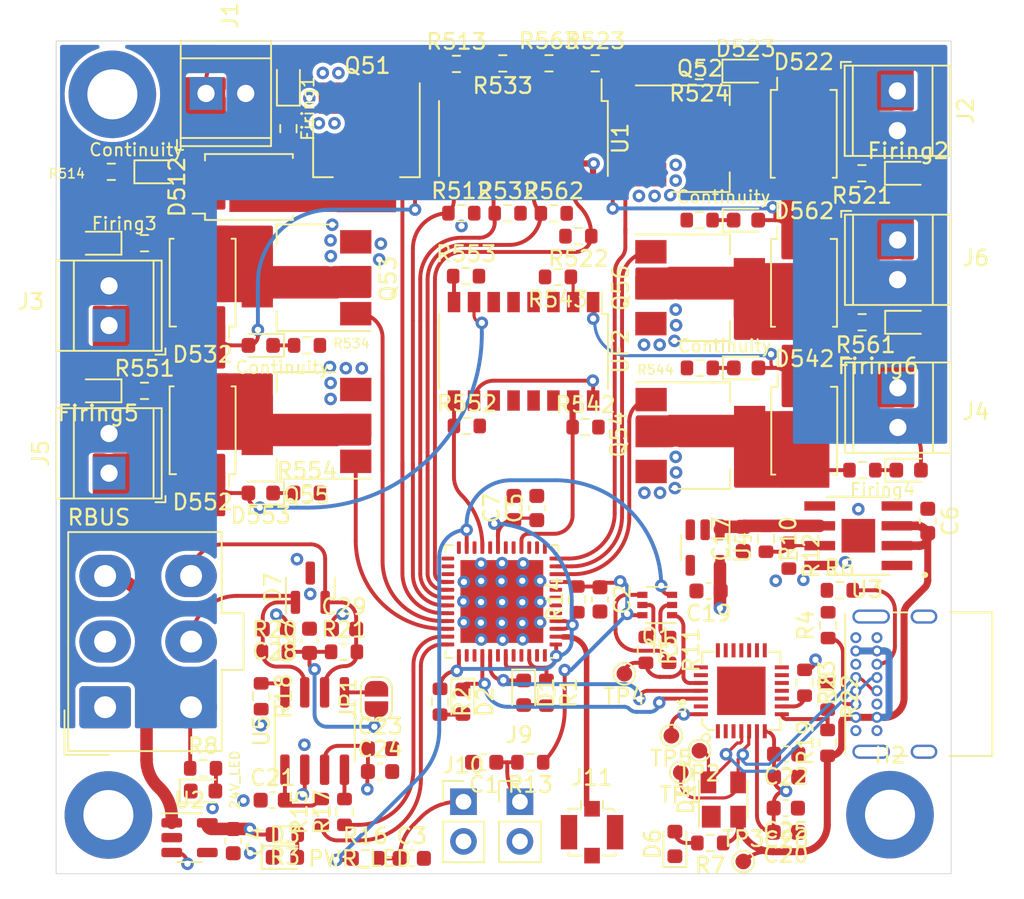
<source format=kicad_pcb>
(kicad_pcb (version 20211014) (generator pcbnew)
  (layers (0 "F.Cu" signal) (1 "In1.Cu" signal) (2 "In2.Cu" signal) (31 "B.Cu" signal) (34 "B.Paste" user) (35 "F.Paste" user) (36 "B.SilkS" user "B.Silkscreen") (37 "F.SilkS" user "F.Silkscreen") (38 "B.Mask" user) (39 "F.Mask" user) (44 "Edge.Cuts" user))
  (net 0 "")
  (net 1 "/DTR")
  (net 2 "/RTS")
  (net 3 "VBUS")
  (net 4 "/Data+")
  (net 5 "/Data-")
  (net 6 "/CAN_HIGH")
  (net 7 "GND")
  (net 8 "/CAN_RX")
  (net 9 "Net-(R17-Pad2)")
  (net 10 "Net-(R18-Pad1)")
  (net 11 "Net-(R19-Pad2)")
  (net 12 "Net-(C17-Pad2)")
  (net 13 "/CAN_LOW")
  (net 14 "Net-(Firing2-Pad1)")
  (net 15 "Net-(Firing1-Pad1)")
  (net 16 "Net-(D512-Pad1)")
  (net 17 "Net-(R513-Pad1)")
  (net 18 "Net-(D513-Pad1)")
  (net 19 "Net-(Firing4-Pad1)")
  (net 20 "Net-(R523-Pad1)")
  (net 21 "Net-(D523-Pad1)")
  (net 22 "+3V3")
  (net 23 "Net-(R23-Pad2)")
  (net 24 "Net-(R533-Pad1)")
  (net 25 "Net-(D533-Pad1)")
  (net 26 "Net-(Firing5-Pad1)")
  (net 27 "Net-(R543-Pad1)")
  (net 28 "Net-(D543-Pad1)")
  (net 29 "Net-(Firing3-Pad1)")
  (net 30 "Net-(D552-Pad1)")
  (net 31 "Net-(D553-Pad1)")
  (net 32 "Net-(Firing6-Pad1)")
  (net 33 "Net-(D563-Pad1)")
  (net 34 "Net-(D1-Pad2)")
  (net 35 "Net-(D2-Pad2)")
  (net 36 "Net-(D3-Pad2)")
  (net 37 "Net-(J8-PadA5)")
  (net 38 "Net-(J8-PadB5)")
  (net 39 "Net-(D6-Pad2)")
  (net 40 "+24V")
  (net 41 "Net-(D5-Pad2)")
  (net 42 "/Vref")
  (net 43 "Net-(J7-Pad3)")
  (net 44 "Net-(R10-Pad2)")
  (net 45 "Net-(Q1-Pad2)")
  (net 46 "/EN")
  (net 47 "Net-(C1-Pad1)")
  (net 48 "/CAN_TX")
  (net 49 "Net-(C21-Pad2)")
  (net 50 "/BOOT")
  (net 51 "Net-(C3-Pad1)")
  (net 53 "Net-(JP1-Pad2)")
  (net 57 "/LNA_IN")
  (net 69 "/TXD")
  (net 70 "/RXD")
  (net 75 "Net-(U1-Pad4)")
  (net 96 "Net-(R553-Pad1)")
  (net 97 "/Cont 5")
  (net 98 "/Cont 6")
  (net 99 "/Nuke 1")
  (net 100 "/Nuke 3")
  (net 101 "/Nuke 5")
  (net 102 "/Cont 3")
  (net 103 "/Nuke 6")
  (net 104 "/Cont 1")
  (net 105 "/Cont 2")
  (net 106 "/Cont 4")
  (net 107 "/Nuke 4")
  (net 108 "/Nuke 2")
  (net 111 "Net-(Q1-Pad5)")
  (net 112 "Net-(D512-Pad3)")
  (net 113 "unconnected-(D522-Pad3)")
  (net 114 "Net-(D522-Pad1)")
  (net 115 "Net-(D532-Pad1)")
  (net 116 "Net-(D532-Pad3)")
  (net 117 "Net-(D542-Pad1)")
  (net 118 "Net-(D542-Pad3)")
  (net 119 "Net-(D552-Pad3)")
  (net 120 "Net-(D562-Pad1)")
  (net 121 "Net-(D562-Pad3)")
  (net 122 "Net-(Q52-Pad2)")
  (footprint "Resistor_SMD:R_0603_1608Metric" (layer "F.Cu") (at 146.847845 80.530983)
    (fp_text reference "R532")
    (fp_text value "500")
  )
  (footprint "Resistor_SMD:R_0603_1608Metric" (layer "F.Cu") (at 127.366863 116.063272)
    (fp_text reference "R8")
    (fp_text value "3.5k")
  )
  (footprint "LED_SMD:LED_0603_1608Metric" (layer "F.Cu") (at 120.66107 91.900102 180)
    (fp_text reference "Firing5")
    (fp_text value "D551")
  )
  (footprint "Connector_USB:USB_C_Receptacle_GCT_USB4085" (layer "F.Cu") (at 169.125 113.65 90)
    (fp_text reference "J8")
    (fp_text value "USB_C_Receptacle_USB2.0")
  )
  (footprint "Connector_PinHeader_2.54mm:PinHeader_1x02_P2.54mm_Vertical" (layer "F.Cu") (at 144.025 118.2)
    (fp_text reference "J10")
    (fp_text value "Conn_01x02_Male")
  )
  (footprint "Capacitor_SMD:C_0603_1608Metric" (layer "F.Cu") (at 138.687779 116.267067)
    (fp_text reference "C24")
    (fp_text value "10uF")
  )
  (footprint "TestPoint:TestPoint_Pad_D1.0mm" (layer "F.Cu") (at 157.325 113.975 180)
    (fp_text reference "TP5")
    (fp_text value "TestPoint")
  )
  (footprint "Resistor_SMD:R_0603_1608Metric" (layer "F.Cu") (at 168.100058 104.667284)
    (fp_text reference "R6")
    (fp_text value "5.1k")
  )
  (footprint "LED_SMD:LED_0603_1608Metric" (layer "F.Cu") (at 131.056601 88.991021 180)
    (fp_text reference "D533" hide)
    (fp_text value "Continuity")
  )
  (footprint "LED_SMD:LED_0603_1608Metric" (layer "F.Cu") (at 162.074004 71.43395)
    (fp_text reference "D523")
    (fp_text value "Continuity")
  )
  (footprint "Capacitor_SMD:C_0603_1608Metric" (layer "F.Cu") (at 138.687779 114.804349)
    (fp_text reference "C23")
    (fp_text value "0.1uF")
  )
  (footprint "TestPoint:TestPoint_Pad_D1.0mm" (layer "F.Cu") (at 159.1196 114.9343 180)
    (fp_text reference "TP2")
    (fp_text value "TestPoint")
  )
  (footprint "Connector_Coaxial:U.FL_Molex_MCRF_73412-0110_Vertical" (layer "F.Cu") (at 152.25 120.15 180)
    (fp_text reference "J11")
    (fp_text value "Conn_Coaxial")
  )
  (footprint "Resistor_SMD:R_0603_1608Metric" (layer "F.Cu") (at 167.35 106.9 90)
    (fp_text reference "R4")
    (fp_text value "5.1k")
  )
  (footprint "Capacitor_SMD:C_0603_1608Metric" (layer "F.Cu") (at 131.959569 107.15 180)
    (fp_text reference "C28")
    (fp_text value "C_Small")
  )
  (footprint "Package_TO_SOT_SMD:SOT-223" (layer "F.Cu") (at 137.818366 76.315295 -90)
    (fp_text reference "Q51")
    (fp_text value "PMV20ENR")
  )
  (footprint "LED_SMD:LED_0603_1608Metric" (layer "F.Cu") (at 172.469535 77.974971)
    (fp_text reference "Firing2")
    (fp_text value "D521")
  )
  (footprint "TerminalBlock_TE-Connectivity:TerminalBlock_TE_282834-2_1x02_P2.54mm_Horizontal" (layer "F.Cu") (at 121.35 87.719898 90)
    (fp_text reference "J3")
    (fp_text value "Conn_01x02_Male")
  )
  (footprint "Resistor_SMD:R_0603_1608Metric" (layer "F.Cu") (at 146.539056 70.941967 180)
    (fp_text reference "R533")
    (fp_text value "500")
  )
  (footprint "Resistor_SMD:R_0603_1608Metric" (layer "F.Cu") (at 132.825511 75.118362 -90)
    (fp_text reference "R511" hide)
    (fp_text value "1k")
  )
  (footprint "Resistor_SMD:R_0603_1608Metric" (layer "F.Cu") (at 149.495255 70.935783)
    (fp_text reference "R563")
    (fp_text value "500")
  )
  (footprint "TerminalBlock_TE-Connectivity:TerminalBlock_TE_282834-2_1x02_P2.54mm_Horizontal" (layer "F.Cu") (at 121.35 97.17 90)
    (fp_text reference "J5")
    (fp_text value "Conn_01x02_Male")
  )
  (footprint "LED_SMD:LED_0603_1608Metric" (layer "F.Cu") (at 162.106398 90.433978)
    (fp_text reference "D543" hide)
    (fp_text value "Continuity")
  )
  (footprint "Resistor_SMD:R_0603_1608Metric" (layer "F.Cu") (at 152.451453 70.935783)
    (fp_text reference "R523")
    (fp_text value "500")
  )
  (footprint "LED_SMD:LED_0603_1608Metric" (layer "F.Cu") (at 172.486193 87.512817)
    (fp_text reference "Firing6")
    (fp_text value "D561")
  )
  (footprint "Resistor_SMD:R_0603_1608Metric" (layer "F.Cu") (at 150.07 84.61 180)
    (fp_text reference "R543")
    (fp_text value "500")
  )
  (footprint "Connector_PinHeader_2.54mm:PinHeader_1x02_P2.54mm_Vertical" (layer "F.Cu") (at 147.6375 118.2)
    (fp_text reference "J9")
    (fp_text value "Conn_01x02_Male")
  )
  (footprint "LED_SMD:LED_0603_1608Metric" (layer "F.Cu") (at 132.825409 72.159356 90)
    (fp_text reference "Firing1")
    (fp_text value "D511")
  )
  (footprint "LED_SMD:LED_0603_1608Metric" (layer "F.Cu") (at 131.056601 98.441123 180)
    (fp_text reference "D553")
    (fp_text value "Continuity")
  )
  (footprint "Capacitor_SMD:C_0603_1608Metric" (layer "F.Cu") (at 140.716036 121.825)
    (fp_text reference "C3")
    (fp_text value "1nF")
  )
  (footprint "Package_TO_SOT_SMD:SOT-223" (layer "F.Cu") (at 159.147263 75.762919)
    (fp_text reference "Q52")
    (fp_text value "PMV20ENR")
  )
  (footprint "Resistor_SMD:R_0603_1608Metric" (layer "F.Cu") (at 159.812078 120.839126 180)
    (fp_text reference "R7")
    (fp_text value "470")
  )
  (footprint "Package_SO:SOP-16_4.4x10.4mm_P1.27mm" (layer "F.Cu") (at 147.86 75.75 -90)
    (fp_text reference "U1")
    (fp_text value "LTV-247")
  )
  (footprint "TerminalBlock_TE-Connectivity:TerminalBlock_TE_282834-2_1x02_P2.54mm_Horizontal" (layer "F.Cu") (at 127.555102 72.866006)
    (fp_text reference "J1")
    (fp_text value "Conn_01x02_Male")
  )
  (footprint "Capacitor_SMD:C_0603_1608Metric" (layer "F.Cu") (at 129.295916 120.721021 -90)
    (fp_text reference "C4")
    (fp_text value "4.7uF")
  )
  (footprint "Capacitor_SMD:C_0603_1608Metric" (layer "F.Cu") (at 161.91862 101.376736 90)
    (fp_text reference "C17")
    (fp_text value "10uF")
  )
  (footprint "Capacitor_SMD:C_0603_1608Metric" (layer "F.Cu") (at 134.175 107.9 90)
    (fp_text reference "C27")
    (fp_text value "C")
  )
  (footprint "Capacitor_SMD:C_0603_1608Metric" (layer "F.Cu") (at 173.725 100.225 -90)
    (fp_text reference "C6")
    (fp_text value "10uF")
  )
  (footprint "Package_TO_SOT_SMD:TO-277B" (layer "F.Cu") (at 165.824899 94.449999)
    (fp_text reference "D542")
    (fp_text value "D_Schottky")
  )
  (footprint "Package_TO_SOT_SMD:SOT-23" (layer "F.Cu") (at 134.225 104.5 90)
    (fp_text reference "D7")
    (fp_text value "SM712_SOT23")
  )
  (footprint "LED_SMD:LED_0603_1608Metric" (layer "F.Cu") (at 147.875 111.225 -90)
    (fp_text reference "D1")
    (fp_text value "RX_LED")
  )
  (footprint "Package_TO_SOT_SMD:SOT-23-5" (layer "F.Cu") (at 126.5 120.5)
    (fp_text reference "U2")
    (fp_text value "LTC4411")
  )
  (footprint "Resistor_SMD:R_0603_1608Metric" (layer "F.Cu") (at 159.132958 80.971575 180)
    (fp_text reference "R564" hide)
    (fp_text value "1k")
  )
  (footprint "TestPoint:TestPoint_Pad_D1.0mm" (layer "F.Cu") (at 154.3196 110.0093 180)
    (fp_text reference "TP4")
    (fp_text value "TestPoint")
  )
  (footprint "Package_TO_SOT_SMD:SOT-223" (layer "F.Cu") (at 159.163921 85.300765)
    (fp_text reference "Q56")
    (fp_text value "PMV20ENR")
  )
  (footprint "MountingHole:MountingHole_3.2mm_M3_DIN965_Pad" (layer "F.Cu") (at 121.3104 119.0498)
    (fp_text reference "H3" hide)
    (fp_text value "MountingHole_Pad")
  )
  (footprint "Resistor_SMD:R_0603_1608Metric" (layer "F.Cu") (at 134.952665 118.85399 90)
    (fp_text reference "R15")
    (fp_text value "120")
  )
  (footprint "Resistor_SMD:R_0603_1608Metric" (layer "F.Cu") (at 123.620076 91.9)
    (fp_text reference "R551")
    (fp_text value "1k")
  )
  (footprint "Resistor_SMD:R_0603_1608Metric" (layer "F.Cu") (at 151.3 105.25 90)
    (fp_text reference "R14")
    (fp_text value "10K")
  )
  (footprint "MountingHole:MountingHole_3.2mm_M3_DIN965_Pad" (layer "F.Cu") (at 171.3104 119.03)
    (fp_text reference "H2")
    (fp_text value "MountingHole_Pad")
  )
  (footprint "Resistor_SMD:R_0603_1608Metric" (layer "F.Cu") (at 157.1696 108.4843 -90)
    (fp_text reference "R11")
    (fp_text value "10K")
  )
  (footprint "Capacitor_SMD:C_0603_1608Metric" (layer "F.Cu") (at 164.6446 120.1587 180)
    (fp_text reference "C20")
    (fp_text value "4.7uF")
  )
  (footprint "Capacitor_SMD:C_0603_1608Metric" (layer "F.Cu") (at 164.6446 118.6093 180)
    (fp_text reference "C25")
    (fp_text value "0.1uF")
  )
  (footprint "Resistor_SMD:R_0603_1608Metric" (layer "F.Cu") (at 159.115118 71.433627 180)
    (fp_text reference "R524")
    (fp_text value "1k")
  )
  (footprint "Resistor_SMD:R_0603_1608Metric" (layer "F.Cu") (at 151.8324 94.2214)
    (fp_text reference "R542")
    (fp_text value "500")
  )
  (footprint "Package_DFN_QFN:QFN-48-1EP_7x7mm_P0.5mm_EP5.3x5.3mm" (layer "F.Cu") (at 146.4818 105.3846 180)
    (fp_text reference "GND1" hide)
    (fp_text value "ESP32-PICO-D4")
  )
  (footprint "Package_SO:SOIC-8_3.9x4.9mm_P1.27mm" (layer "F.Cu") (at 134.505696 113.675 90)
    (fp_text reference "U5")
    (fp_text value "SN65HVD230")
  )
  (footprint "Package_TO_SOT_SMD:TO-277B" (layer "F.Cu") (at 127.3381 84.975 180)
    (fp_text reference "D532")
    (fp_text value "D_Schottky")
  )
  (footprint "TerminalBlock_TE-Connectivity:TerminalBlock_TE_282834-2_1x02_P2.54mm_Horizontal" (layer "F.Cu") (at 171.812999 91.705101 -90)
    (fp_text reference "J4")
    (fp_text value "Conn_01x02_Male")
  )
  (footprint "iclr:QFN28G_0.5-5X5MM" (layer "F.Cu") (at 161.8 111.1 90)
    (property "VALUE" "CP2102-GMR-QFN28")
    (fp_text reference "U6")
    (fp_text value "INTERFACE-CP2102-GMR(QFN28)")
  )
  (footprint "Resistor_SMD:R_0603_1608Metric" (layer "F.Cu") (at 155.6946 108.4843 -90)
    (fp_text reference "R5")
    (fp_text value "10K")
  )
  (footprint "Resistor_SMD:R_0603_1608Metric" (layer "F.Cu") (at 134.015487 98.441446)
    (fp_text reference "R554")
    (fp_text value "1k")
  )
  (footprint "LED_SMD:LED_0603_1608Metric" (layer "F.Cu") (at 162.091958 80.972575)
    (fp_text reference "D563" hide)
    (fp_text value "Continuity")
  )
  (footprint "Resistor_SMD:R_0603_1608Metric" (layer "F.Cu") (at 123.620076 82.449898)
    (fp_text reference "R531" hide)
    (fp_text value "1k")
  )
  (footprint "Connector_Molex:Molex_Mini-Fit_Jr_5566-06A_2x03_P4.20mm_Vertical" (layer "F.Cu") (at 121.1 112.15 90)
    (fp_text reference "J7" hide)
    (fp_text value "RBUS")
  )
  (footprint "Capacitor_SMD:C_0603_1608Metric" (layer "F.Cu") (at 136.384189 107.149061)
    (fp_text reference "C29")
    (fp_text value "C_Small")
  )
  (footprint "Package_TO_SOT_SMD:SOT-223" (layer "F.Cu") (at 133.983342 94.112154 180)
    (fp_text reference "Q55")
    (fp_text value "PMV20ENR")
  )
  (footprint "Capacitor_SMD:C_0603_1608Metric" (layer "F.Cu") (at 152.75701 105.25 -90)
    (fp_text reference "C2")
    (fp_text value "0.1uF")
  )
  (footprint "LED_SMD:LED_0603_1608Metric" (layer "F.Cu") (at 124.455859 77.88094)
    (fp_text reference "D513" hide)
    (fp_text value "Continuity")
  )
  (footprint "Capacitor_SMD:C_0603_1608Metric" (layer "F.Cu") (at 147.25 99.4 90)
    (fp_text reference "C7")
    (fp_text value "0.1uF")
  )
  (footprint "Resistor_SMD:R_0603_1608Metric" (layer "F.Cu") (at 165.8446 110.5843 -90)
    (fp_text reference "R23")
    (fp_text value "4.7k")
  )
  (footprint "Resistor_SMD:R_0603_1608Metric" (layer "F.Cu") (at 143.575 70.975)
    (fp_text reference "R513")
    (fp_text value "500")
  )
  (footprint "Resistor_SMD:R_0603_1608Metric" (layer "F.Cu") (at 169.542923 96.975101 180)
    (fp_text reference "R541" hide)
    (fp_text value "1k")
  )
  (footprint "Package_TO_SOT_SMD:SOT-223" (layer "F.Cu") (at 133.983342 84.662052 180)
    (fp_text reference "Q53")
    (fp_text value "PMV20ENR")
  )
  (footprint "LED_SMD:LED_0603_1608Metric" (layer "F.Cu") (at 127.365079 117.515079)
    (fp_text reference "D5" hide)
    (fp_text value "24V_LED")
  )
  (footprint "Capacitor_SMD:C_0603_1608Metric" (layer "F.Cu") (at 145.35 115.675 180)
    (fp_text reference "C1")
    (fp_text value "1nF")
  )
  (footprint "Package_TO_SOT_SMD:TO-277B" (layer "F.Cu") (at 130.3 78.854106 90)
    (fp_text reference "D512")
    (fp_text value "D_Schottky")
  )
  (footprint "Resistor_SMD:R_0603_1608Metric" (layer "F.Cu") (at 136.381848 108.604971)
    (fp_text reference "R21")
    (fp_text value "R")
  )
  (footprint "LED_SMD:LED_0603_1608Metric" (layer "F.Cu") (at 172.501929 96.974999)
    (fp_text reference "Firing4")
    (fp_text value "D541")
  )
  (footprint "Package_TO_SOT_SMD:SOT-363_SC-70-6" (layer "F.Cu") (at 156.4196 105.6093 180)
    (fp_text reference "Q1")
    (fp_text value "MMDT2222A")
  )
  (footprint "LED_SMD:LED_0603_1608Metric" (layer "F.Cu") (at 120.66107 82.45 180)
    (fp_text reference "Firing3")
    (fp_text value "D531")
  )
  (footprint "Capacitor_SMD:C_0603_1608Metric" (layer "F.Cu") (at 164.664642 116.622142 180)
    (fp_text reference "C26")
    (fp_text value "0.1uF")
  )
  (footprint "Resistor_SMD:R_0603_1608Metric" (layer "F.Cu") (at 144.19 84.56)
    (fp_text reference "R553")
    (fp_text value "500")
  )
  (footprint "Resistor_SMD:R_0603_1608Metric" (layer "F.Cu") (at 169.510529 77.975073 180)
    (fp_text reference "R521")
    (fp_text value "1k")
  )
  (footprint "Capacitor_SMD:C_0603_1608Metric" (layer "F.Cu") (at 148.715336 99.40116 90)
    (fp_text reference "C5")
    (fp_text value "10uF")
  )
  (footprint "Capacitor_SMD:C_0603_1608Metric" (layer "F.Cu") (at 164.6696 115.1593 180)
    (fp_text reference "C22")
    (fp_text value "1.0uF")
  )
  (footprint "Resistor_SMD:R_0603_1608Metric" (layer "F.Cu") (at 159.147512 90.433655 180)
    (fp_text reference "R544")
    (fp_text value "1k")
  )
  (footprint "Resistor_SMD:R_0603_1608Metric" (layer "F.Cu") (at 137.756036 121.825)
    (fp_text reference "R16")
    (fp_text value "470")
  )
  (footprint "Resistor_SMD:R_0603_1608Metric" (layer "F.Cu") (at 163.375 101.375 -90)
    (fp_text reference "R10")
    (fp_text value "56k")
  )
  (footprint "LED_SMD:LED_0603_1608Metric" (layer "F.Cu") (at 157.55 120.9 90)
    (fp_text reference "D6")
    (fp_text value "USB_LED")
  )
  (footprint "Resistor_SMD:R_0603_1608Metric" (layer "F.Cu") (at 121.496973 77.880617 180)
    (fp_text reference "R514")
    (fp_text value "1k")
  )
  (footprint "Resistor_SMD:R_0603_1608Metric" (layer "F.Cu") (at 149.801423 80.537513)
    (fp_text reference "R562")
    (fp_text value "500")
  )
  (footprint "Jumper:SolderJumper-2_P1.3mm_Open_RoundedPad1.0x1.5mm" (layer "F.Cu") (at 138.45729 111.619366 90)
    (fp_text reference "JP1")
    (fp_text value "SolderJumper_2_Open")
  )
  (footprint "Package_SO:SOP-16_4.4x10.4mm_P1.27mm" (layer "F.Cu") (at 147.87 89.37 -90)
    (fp_text reference "UF2")
    (fp_text value "LTV-247")
  )
  (footprint "Resistor_SMD:R_0603_1608Metric" (layer "F.Cu") (at 167.3196 111.4843 -90)
    (fp_text reference "R22")
    (fp_text value "47k")
  )
  (footprint "Package_TO_SOT_SMD:TO-277B" (layer "F.Cu") (at 165.792505 75.449971)
    (fp_text reference "D522")
    (fp_text value "D_Schottky")
  )
  (footprint "LED_SMD:LED_0603_1608Metric" (layer "F.Cu") (at 132.602844 121.756285)
    (fp_text reference "D3")
    (fp_text value "PWR_LED")
  )
  (footprint "Resistor_SMD:R_0603_1608Metric" (layer "F.Cu") (at 143.888025 80.528545)
    (fp_text reference "R512")
    (fp_text value "500")
  )
  (footprint "Resistor_SMD:R_0603_1608Metric" (layer "F.Cu") (at 144.24 94.15)
    (fp_text reference "R552")
    (fp_text value "500")
  )
  (footprint "Package_TO_SOT_SMD:TO-277B" (layer "F.Cu") (at 127.3381 94.425102 180)
    (fp_text reference "D552")
    (fp_text value "D_Schottky")
  )
  (footprint "Resistor_SMD:R_0603_1608Metric" (layer "F.Cu") (at 164.841618 102.452616 -90)
    (fp_text reference "R12")
    (fp_text value "10K")
  )
  (footprint "Capacitor_SMD:C_0603_1608Metric" (layer "F.Cu") (at 131.825 118.1)
    (fp_text reference "C21")
    (fp_text value "160pF")
  )
  (footprint "Resistor_SMD:R_0603_1608Metric" (layer "F.Cu") (at 169.525674 87.510462 180)
    (fp_text reference "R561")
    (fp_text value "1k")
  )
  (footprint "Resistor_SMD:R_0603_1608Metric" (layer "F.Cu") (at 142.5252 111.7995 -90)
    (fp_text reference "R2")
    (fp_text value "470")
  )
  (footprint "Package_TO_SOT_SMD:SOT-23-5" (layer "F.Cu") (at 159.483705 101.930363 -90)
    (fp_text reference "U4")
    (fp_text value "LTC4411")
  )
  (footprint "Resistor_SMD:R_0603_1608Metric" (layer "F.Cu") (at 131.080696 111.45 -90)
    (fp_text reference "R18")
    (fp_text value "10k")
  )
  (footprint "Resistor_SMD:R_0603_1608Metric" (layer "F.Cu") (at 151.375 82 180)
    (fp_text reference "R522")
    (fp_text value "500")
  )
  (footprint "Capacitor_SMD:C_0603_1608Metric" (layer "F.Cu") (at 159.703858 104.7097 180)
    (fp_text reference "C19")
    (fp_text value "4.7uF")
  )
  (footprint "Resistor_SMD:R_0603_1608Metric" (layer "F.Cu") (at 149.331989 111.226242 -90)
    (fp_text reference "R1")
    (fp_text value "470")
  )
  (footprint "Resistor_SMD:R_0603_1608Metric" (layer "F.Cu") (at 134.015487 88.991344)
    (fp_text reference "R534")
    (fp_text value "1k")
  )
  (footprint "Package_TO_SOT_SMD:TO-277B" (layer "F.Cu") (at 165.809163 84.987817)
    (fp_text reference "D562")
    (fp_text value "D_Schottky")
  )
  (footprint "MountingHole:MountingHole_3.2mm_M3_DIN965_Pad" (layer "F.Cu") (at 121.5644 72.9234)
    (fp_text reference "H1" hide)
    (fp_text value "MountingHole_Pad")
  )
  (footprint "Resistor_SMD:R_0603_1608Metric" (layer "F.Cu") (at 148.3 115.675 180)
    (fp_text reference "R13")
    (fp_text value "470")
  )
  (footprint "LED_SMD:LED_0603_1608Metric" (layer "F.Cu") (at 143.985347 111.799589 -90)
    (fp_text reference "D2")
    (fp_text value "TX_LED")
  )
  (footprint "Resistor_SMD:R_0603_1608Metric" (layer "F.Cu") (at 136.412427 118.85399 90)
    (fp_text reference "R17")
    (fp_text value "120")
  )
  (footprint "Resistor_SMD:R_0603_1608Metric" (layer "F.Cu") (at 131.960252 108.60727)
    (fp_text reference "R20")
    (fp_text value "R")
  )
  (footprint "TestPoint:TestPoint_Pad_D1.0mm" (layer "F.Cu") (at 161.925 122.025)
    (fp_text reference "TP3")
    (fp_text value "TestPoint")
  )
  (footprint "Resistor_SMD:R_0603_1608Metric" (layer "F.Cu") (at 167.3196 114.4343 90)
    (fp_text reference "R19")
    (fp_text value "24k")
  )
  (footprint "TestPoint:TestPoint_Pad_D1.0mm" (layer "F.Cu") (at 157.925 116.325 180)
    (fp_text reference "TP1")
    (fp_text value "TestPoint")
  )
  (footprint "TerminalBlock_TE-Connectivity:TerminalBlock_TE_282834-2_1x02_P2.54mm_Horizontal" (layer "F.Cu") (at 171.797263 82.242919 -90)
    (fp_text reference "J6")
    (fp_text value "Conn_01x02_Male")
  )
  (footprint "Package_TO_SOT_SMD:SOT-223" (layer "F.Cu") (at 159.179657 94.762947)
    (fp_text reference "Q54")
    (fp_text value "PMV20ENR")
  )
  (footprint "iclr:SOIC127P599X175-9N" (layer "F.Cu") (at 169.285 101.175 180)
    (fp_text reference "U3")
    (fp_text value "RT9025-25GSP")
  )
  (footprint "TerminalBlock_TE-Connectivity:TerminalBlock_TE_282834-2_1x02_P2.54mm_Horizontal" (layer "F.Cu") (at 171.780605 72.705073 -90)
    (fp_text reference "J2")
    (fp_text value "Conn_01x02_Male")
  )
  (footprint "Resistor_SMD:R_0603_1608Metric" (layer "F.Cu") (at 132.6 120.3 180)
    (fp_text reference "R3")
    (fp_text value "470")
  )
  (footprint "Package_TO_SOT_SMD:SOT-143" (layer "F.Cu") (at 160.6446 118.0593 90)
    (fp_text reference "D4")
    (fp_text value "SP0503BAHT")
  )
  (gr_rect locked (start 117.968 69.5047) (end 175.2248 122.8067) (layer "Edge.Cuts") (width 0.05) (fill none))
  (segment (start 154.4657 104.9593) (end 155.4696 104.9593) (width 0.25) (layer "F.Cu") (net 1))
  (segment (start 157.325 113.975) (end 157.325 113.4039) (width 0.25) (layer "F.Cu") (net 1))
  (segment (start 156.3946 108.5343) (end 155.0946 108.5343) (width 0.25) (layer "F.Cu") (net 1))
  (segment (start 159.21 112.6) (end 158.1289 112.6) (width 0.25) (layer "F.Cu") (net 1))
  (segment (start 153.75 107.1897) (end 153.75 105.675) (width 0.25) (layer "F.Cu") (net 1))
  (via (at 158.1196 112.6093) (size 0.8) (drill 0.4) (layers "F.Cu" "B.Cu") (net 1))
  (arc (start 157.1696 109.3093) (mid 156.942608 108.761292) (end 156.3946 108.5343) (width 0.25) (layer "F.Cu") (net 1))
  (arc (start 157.325 113.4039) (mid 157.557733 112.842033) (end 158.1196 112.6093) (width 0.25) (layer "F.Cu") (net 1))
  (arc (start 153.75 105.675) (mid 153.959624 105.168924) (end 154.4657 104.9593) (width 0.25) (layer "F.Cu") (net 1))
  (arc (start 155.0946 108.5343) (mid 154.143824 108.140476) (end 153.75 107.1897) (width 0.25) (layer "F.Cu") (net 1))
  (arc (start 158.1289 112.6) (mid 158.122324 112.602724) (end 158.1196 112.6093) (width 0.25) (layer "F.Cu") (net 1))
  (segment (start 158.0946 110.1846) (end 158.0946 107.7593) (width 0.25) (layer "F.Cu") (net 2))
  (segment (start 159.21 110.6) (end 158.51 110.6) (width 0.25) (layer "F.Cu") (net 2))
  (segment (start 158.0946 106.9843) (end 158.0946 107.7593) (width 0.25) (layer "F.Cu") (net 2))
  (segment (start 158.0946 107.7593) (end 158.0946 109.3593) (width 0.25) (layer "F.Cu") (net 2))
  (segment (start 155.6946 109.3093) (end 155.0196 109.3093) (width 0.25) (layer "F.Cu") (net 2))
  (segment (start 157.2446 110.2093) (end 156.5946 110.2093) (width 0.25) (layer "F.Cu") (net 2))
  (arc (start 157.3696 106.2593) (mid 157.882252 106.471648) (end 158.0946 106.9843) (width 0.25) (layer "F.Cu") (net 2))
  (arc (start 158.0946 109.3593) (mid 157.845641 109.960341) (end 157.2446 110.2093) (width 0.25) (layer "F.Cu") (net 2))
  (arc (start 155.0196 109.3093) (mid 154.524625 109.514325) (end 154.3196 110.0093) (width 0.25) (layer "F.Cu") (net 2))
  (arc (start 156.603901 110.218601) (mid 156.601177 110.212024) (end 156.5946 110.2093) (width 0.25) (layer "F.Cu") (net 2))
  (arc (start 156.5946 110.2093) (mid 155.958204 109.945696) (end 155.6946 109.3093) (width 0.25) (layer "F.Cu") (net 2))
  (arc (start 158.51 110.6) (mid 158.216268 110.478332) (end 158.0946 110.1846) (width 0.25) (layer "F.Cu") (net 2))
  (segment (start 171.755 101.81) (end 173.174156 101.81) (width 0.55) (layer "F.Cu") (net 3))
  (segment (start 170.475 112.8) (end 170.969974 112.8) (width 0.45) (layer "F.Cu") (net 3))
  (segment (start 167.3 119.671859) (end 167.3 115.2789) (width 0.45) (layer "F.Cu") (net 3))
  (segment (start 163.433883 121.4) (end 163.8353 121.4) (width 0.25) (layer "F.Cu") (net 3))
  (segment (start 173.725 104.017158) (end 173.725 101) (width 0.45) (layer "F.Cu") (net 3))
  (segment (start 173.725 101) (end 173.725 101.241442) (width 0.25) (layer "F.Cu") (net 3))
  (segment (start 173.023558 100.54) (end 171.755 100.54) (width 0.55) (layer "F.Cu") (net 3))
  (segment (start 170.475 112.8) (end 169.125 112.8) (width 0.45) (layer "F.Cu") (net 3))
  (segment (start 168.225 114.525) (end 168.225 113.144736) (width 0.45) (layer "F.Cu") (net 3))
  (segment (start 161.5946 119.881604) (end 161.5946 119.1593) (width 0.25) (layer "F.Cu") (net 3))
  (segment (start 172.465378 105.559622) (end 173.525 104.5) (width 0.45) (layer "F.Cu") (net 3))
  (segment (start 163.8353 121.4) (end 165.571859 121.4) (width 0.45) (layer "F.Cu") (net 3))
  (segment (start 169.125 112.8) (end 168.569736 112.8) (width 0.45) (layer "F.Cu") (net 3))
  (segment (start 167.3196 115.2593) (end 167.4907 115.2593) (width 0.45) (layer "F.Cu") (net 3))
  (segment (start 172.21048 111.559494) (end 172.21048 106.175) (width 0.45) (layer "F.Cu") (net 3))
  (arc (start 167.3 115.2789) (mid 167.305741 115.265041) (end 167.3196 115.2593) (width 0.45) (layer "F.Cu") (net 3))
  (arc (start 167.4907 115.2593) (mid 168.009929 115.044229) (end 168.225 114.525) (width 0.45) (layer "F.Cu") (net 3))
  (arc (start 165.571859 121.4) (mid 166.793839 120.893839) (end 167.3 119.671859) (width 0.45) (layer "F.Cu") (net 3))
  (arc (start 172.21048 106.175) (mid 172.276726 105.84196) (end 172.465378 105.559622) (width 0.45) (layer "F.Cu") (net 3))
  (arc (start 173.725 101.241442) (mid 173.727594 101.247705) (end 173.733857 101.250299) (width 0.25) (layer "F.Cu") (net 3))
  (arc (start 173.525 104.5) (mid 173.673022 104.278471) (end 173.725 104.017158) (width 0.45) (layer "F.Cu") (net 3))
  (arc (start 173.174156 101.81) (mid 173.569924 101.646067) (end 173.733857 101.250299) (width 0.55) (layer "F.Cu") (net 3))
  (arc (start 161.925 122.025) (mid 162.617281 121.562433) (end 163.433883 121.4) (width 0.25) (layer "F.Cu") (net 3))
  (arc (start 160.637078 120.839126) (mid 161.314148 120.558674) (end 161.5946 119.881604) (width 0.25) (layer "F.Cu") (net 3))
  (arc (start 168.569736 112.8) (mid 168.325971 112.900971) (end 168.225 113.144736) (width 0.45) (layer "F.Cu") (net 3))
  (arc (start 173.733857 101.250299) (mid 173.525815 100.748042) (end 173.023558 100.54) (width 0.55) (layer "F.Cu") (net 3))
  (arc (start 170.969974 112.8) (mid 171.847144 112.436664) (end 172.21048 111.559494) (width 0.45) (layer "F.Cu") (net 3))
  (arc (start 161.5946 119.1593) (mid 162.250886 120.743714) (end 163.8353 121.4) (width 0.45) (layer "F.Cu") (net 3))
  (segment (start 171.249511 112.520463) (end 171.249511 108.829537) (width 0.45) (layer "B.Cu") (net 3))
  (segment (start 170.475 112.8) (end 170.969974 112.8) (width 0.45) (layer "B.Cu") (net 3))
  (segment (start 170.969974 108.55) (end 170.475 108.55) (width 0.45) (layer "B.Cu") (net 3))
  (segment (start 170.969974 108.55) (end 169.125 108.55) (width 0.45) (layer "B.Cu") (net 3))
  (arc (start 170.969974 108.55) (mid 171.167637 108.631874) (end 171.249511 108.829537) (width 0.45) (layer "B.Cu") (net 3))
  (arc (start 170.969974 112.8) (mid 171.167637 112.718126) (end 171.249511 112.520463) (width 0.45) (layer "B.Cu") (net 3))
  (segment (start 160.8196 115.1593) (end 161.144599 115.484299) (width 0.2) (layer "F.Cu") (net 4))
  (segment (start 161.825 114.038) (end 161.825 114.341022) (width 0.2) (layer "F.Cu") (net 4))
  (segment (start 161.726511 114.439511) (end 161.539389 114.439511) (width 0.2) (layer "F.Cu") (net 4))
  (segment (start 161.8 114.013) (end 161.825 114.038) (width 0.2) (layer "F.Cu") (net 4))
  (segment (start 161.825 114.341022) (end 161.726511 114.439511) (width 0.2) (layer "F.Cu") (net 4))
  (segment (start 161.539389 114.439511) (end 160.8196 115.1593) (width 0.2) (layer "F.Cu") (net 4))
  (segment (start 159.6946 116.9593) (end 159.6946 115.5093) (width 0.2) (layer "F.Cu") (net 4))
  (segment (start 161.144599 115.509301) (end 159.6946 116.9593) (width 0.2) (layer "F.Cu") (net 4))
  (segment (start 161.8 113.69) (end 161.8 114.013) (width 0.2) (layer "F.Cu") (net 4))
  (segment (start 161.144599 115.484299) (end 161.144599 115.509301) (width 0.2) (layer "F.Cu") (net 4))
  (via (at 160.8196 115.1593) (size 0.8) (drill 0.4) (layers "F.Cu" "B.Cu") (net 4))
  (arc (start 159.6946 115.5093) (mid 159.526186 115.102714) (end 159.1196 114.9343) (width 0.2) (layer "F.Cu") (net 4))
  (segment (start 169.423743 110.976256) (end 169.975 110.425) (width 0.2) (layer "B.Cu") (net 4))
  (segment (start 170.397487 110.25) (end 170.475 110.25) (width 0.2) (layer "B.Cu") (net 4))
  (segment (start 161.9103 116.25) (end 160.8196 115.1593) (width 0.2) (layer "B.Cu") (net 4))
  (segment (start 163.761397 116.25) (end 161.9103 116.25) (width 0.2) (layer "B.Cu") (net 4))
  (segment (start 168.911397 111.1) (end 163.761397 116.25) (width 0.2) (layer "B.Cu") (net 4))
  (segment (start 169.125 111.1) (end 168.911397 111.1) (width 0.2) (layer "B.Cu") (net 4))
  (arc (start 169.975 110.425) (mid 170.168838 110.295481) (end 170.397487 110.25) (width 0.2) (layer "B.Cu") (net 4))
  (arc (start 169.125 111.1) (mid 169.286679 111.06784) (end 169.423743 110.976256) (width 0.2) (layer "B.Cu") (net 4))
  (segment (start 160.5946 117.9593) (end 158.895578 117.9593) (width 0.2) (layer "F.Cu") (net 5))
  (segment (start 162.275 114.038) (end 162.275 114.527405) (width 0.2) (layer "F.Cu") (net 5))
  (segment (start 161.8946 114.889502) (end 161.8946 115.1843) (width 0.2) (layer "F.Cu") (net 5))
  (segment (start 157.925 116.988722) (end 157.925 116.325) (width 0.2) (layer "F.Cu") (net 5))
  (segment (start 161.5946 115.5093) (end 161.5946 116.9593) (width 0.2) (layer "F.Cu") (net 5))
  (segment (start 162.275 114.527405) (end 161.912903 114.889502) (width 0.2) (layer "F.Cu") (net 5))
  (segment (start 161.912903 114.889502) (end 161.8946 114.889502) (width 0.2) (layer "F.Cu") (net 5))
  (segment (start 170.475 111.1) (end 170.391421 111.1) (width 0.2) (layer "F.Cu") (net 5))
  (segment (start 162.3 113.69) (end 162.3 114.013) (width 0.2) (layer "F.Cu") (net 5))
  (segment (start 162.3 114.013) (end 162.275 114.038) (width 0.2) (layer "F.Cu") (net 5))
  (segment (start 169.594455 110.444454) (end 170.15 111) (width 0.2) (layer "F.Cu") (net 5))
  (segment (start 161.8946 115.1843) (end 161.594601 115.484299) (width 0.2) (layer "F.Cu") (net 5))
  (segment (start 161.594601 115.484299) (end 161.5946 115.5093) (width 0.2) (layer "F.Cu") (net 5))
  (via (at 161.8946 115.1843) (size 0.8) (drill 0.4) (layers "F.Cu" "B.Cu") (net 5))
  (arc (start 170.391421 111.1) (mid 170.260765 111.074011) (end 170.15 111) (width 0.2) (layer "F.Cu") (net 5))
  (arc (start 169.125 110.25) (mid 169.379067 110.300537) (end 169.594455 110.444454) (width 0.2) (layer "F.Cu") (net 5))
  (arc (start 161.5946 116.9593) (mid 161.301707 117.666407) (end 160.5946 117.9593) (width 0.2) (layer "F.Cu") (net 5))
  (arc (start 158.895578 117.9593) (mid 158.209276 117.675024) (end 157.925 116.988722) (width 0.2) (layer "F.Cu") (net 5))
  (segment (start 168.924511 110.450489) (end 168.855963 110.450489) (width 0.2) (layer "B.Cu") (net 5))
  (segment (start 169.125 110.25) (end 168.924511 110.450489) (width 0.2) (layer "B.Cu") (net 5))
  (segment (start 162.096697 115.8) (end 161.8946 115.597903) (width 0.2) (layer "B.Cu") (net 5))
  (segment (start 168.855963 110.450489) (end 168.475489 110.830963) (width 0.2) (layer "B.Cu") (net 5))
  (segment (start 161.8946 115.597903) (end 161.8946 115.1843) (width 0.2) (layer "B.Cu") (net 5))
  (segment (start 168.475489 110.899511) (end 163.575 115.8) (width 0.2) (layer "B.Cu") (net 5))
  (segment (start 168.475489 110.830963) (end 168.475489 110.899511) (width 0.2) (layer "B.Cu") (net 5))
  (segment (start 163.575 115.8) (end 162.096697 115.8) (width 0.2) (layer "B.Cu") (net 5))
  (segment (start 133.870696 111.2) (end 133.870696 110.823928) (width 0.25) (layer "F.Cu") (net 6))
  (segment (start 129.525 105.025) (end 133.275 105.025) (width 0.25) (layer "F.Cu") (net 6))
  (segment (start 133.870696 111.2) (end 133.870696 110.623947) (width 0.25) (layer "F.Cu") (net 6))
  (segment (start 131.184569 107.15) (end 131.184569 106.418028) (width 0.25) (layer "F.Cu") (net 6))
  (segment (start 131.184569 107.15) (end 131.184569 108.557953) (width 0.25) (layer "F.Cu") (net 6))
  (segment (start 132.165099 105.4375) (end 133.275 105.4375) (width 0.25) (layer "F.Cu") (net 6))
  (segment (start 131.135252 108.60727) (end 131.135252 108.610252) (width 0.25) (layer "F.Cu") (net 6))
  (segment (start 132.075 109.55) (end 132.796747 109.55) (width 0.25) (layer "F.Cu") (net 6))
  (segment (start 133.275 105.4375) (end 133.275 105.025) (width 0.25) (layer "F.Cu") (net 6))
  (arc (start 132.796747 109.55) (mid 133.556143 109.864552) (end 133.870696 110.623947) (width 0.25) (layer "F.Cu") (net 6))
  (arc (start 126.6 107.95) (mid 127.456713 105.881713) (end 129.525 105.025) (width 0.25) (layer "F.Cu") (net 6))
  (arc (start 131.184569 106.418028) (mid 131.47176 105.724689) (end 132.165099 105.4375) (width 0.25) (layer "F.Cu") (net 6))
  (arc (start 131.135252 108.610252) (mid 131.410498 109.274754) (end 132.075 109.55) (width 0.25) (layer "F.Cu") (net 6))
  (arc (start 131.184569 108.557953) (mid 131.170124 108.592825) (end 131.135252 108.60727) (width 0.25) (layer "F.Cu") (net 6))
  (segment (start 135.609189 107.149061) (end 135.609189 106.8902) (width 0.25) (layer "F.Cu") (net 7))
  (segment (start 125.3625 121.45) (end 125.64712 121.45) (width 0.25) (layer "F.Cu") (net 7))
  (segment (start 132.734569 107.15) (end 132.734569 106.909569) (width 0.25) (layer "F.Cu") (net 7))
  (segment (start 133.870696 117.604304) (end 133.870696 116.15) (width 0.25) (layer "F.Cu") (net 7))
  (via (at 155.6 98.425) (size 0.8) (drill 0.4) (layers "F.Cu" "B.Cu") (net 7))
  (via (at 169.285 99.475) (size 0.8) (drill 0.4) (layers "F.Cu" "B.Cu") (net 7))
  (via (at 135.525459 91.396251) (size 0.8) (drill 0.4) (layers "F.Cu" "B.Cu") (net 7))
  (via (at 155.25 79.425) (size 0.8) (drill 0.4) (layers "F.Cu" "B.Cu") (net 7))
  (via (at 147.81 107.81) (size 0.8) (drill 0.4) (layers "F.Cu" "B.Cu") (net 7))
  (via (at 156.575 88.95) (size 0.8) (drill 0.4) (layers "F.Cu" "B.Cu") (net 7))
  (via (at 157.25 79.375) (size 0.8) (drill 0.4) (layers "F.Cu" "B.Cu") (net 7))
  (via (at 138.74 82.48) (size 0.8) (drill 0.4) (layers "F.Cu" "B.Cu") (net 7))
  (via (at 145.14 106.74) (size 0.8) (drill 0.4) (layers "F.Cu" "B.Cu") (net 7))
  (via (at 144.05 104.13) (size 0.8) (drill 0.4) (layers "F.Cu" "B.Cu") (net 7))
  (via (at 157.601088 77.43517) (size 0.8) (drill 0.4) (layers "F.Cu" "B.Cu") (net 7))
  (via (at 146.48 106.75) (size 0.8) (drill 0.4) (layers "F.Cu" "B.Cu") (net 7))
  (via (at 155.575 88.95) (size 0.8) (drill 0.4) (layers "F.Cu" "B.Cu") (net 7))
  (via (at 157.625 97.125) (size 0.8) (drill 0.4) (layers "F.Cu" "B.Cu") (net 7))
  (via (at 157.525 88.7) (size 0.8) (drill 0.4) (layers "F.Cu" "B.Cu") (net 7))
  (via (at 147.79 104.06) (size 0.8) (drill 0.4) (layers "F.Cu" "B.Cu") (net 7))
  (via (at 134.775 74.775) (size 0.8) (drill 0.4) (layers "F.Cu" "B.Cu") (net 7))
  (via (at 135.525459 92.41973) (size 0.8) (drill 0.4) (layers "F.Cu" "B.Cu") (net 7))
  (via (at 134.225 104.9) (size 0.8) (drill 0.4) (layers "F.Cu" "B.Cu") (net 7))
  (via (at 131.075 113.3) (size 0.8) (drill 0.4) (layers "F.Cu" "B.Cu") (net 7))
  (via (at 126.367619 122.170499) (size 0.8) (drill 0.4) (layers "F.Cu" "B.Cu") (net 7))
  (via (at 138.63 83.49) (size 0.8) (drill 0.4) (layers "F.Cu" "B.Cu") (net 7))
  (via (at 136.5 90.45) (size 0.8) (drill 0.4) (layers "F.Cu" "B.Cu") (net 7))
  (via (at 165.768336 103.997683) (size 0.8) (drill 0.4) (layers "F.Cu" "B.Cu") (net 7))
  (via (at 133.85 114.55) (size 0.8) (drill 0.4) (layers "F.Cu" "B.Cu") (net 7))
  (via (at 136.291979 106.20741) (size 0.8) (drill 0.4) (layers "F.Cu" "B.Cu") (net 7))
  (via (at 134.161912 73.16121) (size 0.8) (drill 0.4) (layers "F.Cu" "B.Cu") (net 7))
  (via (at 144.04 106.71) (size 0.8) (drill 0.4) (layers "F.Cu" "B.Cu") (net 7))
  (via (at 148.93 106.72) (size 0.8) (drill 0.4) (layers "F.Cu" "B.Cu") (net 7))
  (via (at 146.49 102.93) (size 0.8) (drill 0.4) (layers "F.Cu" "B.Cu") (net 7))
  (via (at 164.001752 104.055362) (size 0.8) (drill 0.4) (layers "F.Cu" "B.Cu") (net 7))
  (via (at 147.84 102.95) (size 0.8) (drill 0.4) (layers "F.Cu" "B.Cu") (net 7))
  (via (at 156.25 79.425) (size 0.8) (drill 0.4) (layers "F.Cu" "B.Cu") (net 7))
  (via (at 157.6 96.125) (size 0.8) (drill 0.4) (layers "F.Cu" "B.Cu") (net 7))
  (via (at 147.79 106.76) (size 0.8) (drill 0.4) (layers "F.Cu" "B.Cu") (net 7))
  (via (at 137.521497 90.454243) (size 0.8) (drill 0.4) (layers "F.Cu" "B.Cu") (net 7))
  (via (at 135.48338 90.372135) (size 0.8) (drill 0.4) (layers "F.Cu" "B.Cu") (net 7))
  (via (at 133.75 117.725) (size 0.8) (drill 0.4) (layers "F.Cu" "B.Cu") (net 7))
  (via (at 129.95 118.125) (size 0.8) (drill 0.4) (layers "F.Cu" "B.Cu") (net 7))
  (via (at 145.16 107.82) (size 0.8) (drill 0.4) (layers "F.Cu" "B.Cu") (net 7))
  (via (at 143.9 81.35) (size 0.8) (drill 0.4) (layers "F.Cu" "B.Cu") (net 7))
  (via (at 135.52 82.27) (size 0.8) (drill 0.4) (layers "F.Cu" "B.Cu") (net 7))
  (via (at 148.94 105.41) (size 0.8) (drill 0.4) (layers "F.Cu" "B.Cu") (net 7))
  (via (at 157.6 86.7) (size 0.8) (drill 0.4) (layers "F.Cu" "B.Cu") (net 7))
  (via (at 135.63 81.27) (size 0.8) (drill 0.4) (layers "F.Cu" "B.Cu") (net 7))
  (via (at 145.16 104.07) (size 0.8) (drill 0.4) (layers "F.Cu" "B.Cu") (net 7))
  (via (at 135.775 74.775) (size 0.8) (drill 0.4) (layers "F.Cu" "B.Cu") (net 7))
  (via (at 157.625 87.7) (size 0.8) (drill 0.4) (layers "F.Cu" "B.Cu") (net 7))
  (via (at 130.384704 121.490837) (size 0.8) (drill 0.4) (layers "F.Cu" "B.Cu") (net 7))
  (via (at 133.375 102.675) (size 0.8) (drill 0.4) (layers "F.Cu" "B.Cu") (net 7))
  (via (at 168.435 102.875) (size 0.8) (drill 0.4) (layers "F.Cu" "B.Cu") (net 7))
  (via (at 132.05 106.225) (size 0.8) (drill 0.4) (layers "F.Cu" "B.Cu") (net 7))
  (via (at 146.53 107.83) (size 0.8) (drill 0.4) (layers "F.Cu" "B.Cu") (net 7))
  (via (at 145.15 102.96) (size 0.8) (drill 0.4) (layers "F.Cu" "B.Cu") (net 7))
  (via (at 127.975 118.6) (size 0.8) (drill 0.4) (layers "F.Cu" "B.Cu") (net 7))
  (via (at 144.02 105.38) (size 0.8) (drill 0.4) (layers "F.Cu" "B.Cu") (net 7))
  (via (at 148.93 104.06) (size 0.8) (drill 0.4) (layers "F.Cu" "B.Cu") (net 7))
  (via (at 146.46 104.08) (size 0.8) (drill 0.4) (layers "F.Cu" "B.Cu") (net 7))
  (via (at 156.6 98.425) (size 0.8) (drill 0.4) (layers "F.Cu" "B.Cu") (net 7))
  (via (at 145.15 105.42) (size 0.8) (drill 0.4) (layers "F.Cu" "B.Cu") (net 7))
  (via (at 157.55 98.125) (size 0.8) (drill 0.4) (layers "F.Cu" "B.Cu") (net 7))
  (via (at 157.601088 78.439864) (size 0.8) (drill 0.4) (layers "F.Cu" "B.Cu") (net 7))
  (via (at 135.025 71.55) (size 0.8) (drill 0.4) (layers "F.Cu" "B.Cu") (net 7))
  (via (at 136.026313 71.557879) (size 0.8) (drill 0.4) (layers "F.Cu" "B.Cu") (net 7))
  (via (at 135.54 83.28) (size 0.8) (drill 0.4) (layers "F.Cu" "B.Cu") (net 7))
  (via (at 146.5 105.42) (size 0.8) (drill 0.4) (layers "F.Cu" "B.Cu") (net 7))
  (via (at 147.79 105.43) (size 0.8) (drill 0.4) (layers "F.Cu" "B.Cu") (net 7))
  (arc (start 125.64712 121.45) (mid 126.15659 121.661029) (end 126.367619 122.170499) (width 0.25) (layer "F.Cu") (net 7))
  (arc (start 132.734569 106.909569) (mid 132.534063 106.425506) (end 132.05 106.225) (width 0.25) (layer "F.Cu") (net 7))
  (arc (start 133.75 117.725) (mid 133.835345 117.689649) (end 133.870696 117.604304) (width 0.25) (layer "F.Cu") (net 7))
  (arc (start 135.609189 106.8902) (mid 135.809174 106.407395) (end 136.291979 106.20741) (width 0.25) (layer "F.Cu") (net 7))
  (segment (start 136.412427 119.67899) (end 137.302994 119.67899) (width 0.25) (layer "F.Cu") (net 8))
  (segment (start 140.825 116.156984) (end 140.825 109.425) (width 0.25) (layer "F.Cu") (net 8))
  (segment (start 143.0318 107.6346) (end 142.6154 107.6346) (width 0.25) (layer "F.Cu") (net 8))
  (arc (start 142.6154 107.6346) (mid 141.349396 108.158996) (end 140.825 109.425) (width 0.25) (layer "F.Cu") (net 8))
  (arc (start 137.302994 119.67899) (mid 139.793428 118.647418) (end 140.825 116.156984) (width 0.25) (layer "F.Cu") (net 8))
  (segment (start 136.410696 116.15) (end 136.410696 118.027259) (width 0.25) (layer "F.Cu") (net 9))
  (arc (start 136.410696 118.027259) (mid 136.411203 118.028483) (end 136.412427 118.02899) (width 0.25) (layer "F.Cu") (net 9))
  (segment (start 131.080696 110.625) (end 132.025696 110.625) (width 0.25) (layer "F.Cu") (net 10))
  (arc (start 132.025696 110.625) (mid 132.432282 110.793414) (end 132.600696 111.2) (width 0.25) (layer "F.Cu") (net 10))
  (segment (start 167.3196 112.9093) (end 167.3196 112.3093) (width 0.25) (layer "F.Cu") (net 11))
  (segment (start 167.3196 112.9093) (end 164.6993 112.9093) (width 0.25) (layer "F.Cu") (net 11))
  (segment (start 167.3196 113.6093) (end 167.3196 112.9093) (width 0.25) (layer "F.Cu") (net 11))
  (arc (start 164.6993 112.9093) (mid 164.480592 112.818708) (end 164.39 112.6) (width 0.25) (layer "F.Cu") (net 11))
  (segment (start 166.815 100.54) (end 161.980356 100.54) (width 0.8) (layer "F.Cu") (net 12))
  (segment (start 161.91862 100.601736) (end 160.624832 100.601736) (width 0.8) (layer "F.Cu") (net 12))
  (arc (start 160.624832 100.601736) (mid 160.489685 100.657716) (end 160.433705 100.792863) (width 0.8) (layer "F.Cu") (net 12))
  (arc (start 161.980356 100.54) (mid 161.936702 100.558082) (end 161.91862 100.601736) (width 0.8) (layer "F.Cu") (net 12))
  (segment (start 135.175 105.4375) (end 135.175 102.625) (width 0.25) (layer "F.Cu") (net 13))
  (segment (start 137.159189 107.149061) (end 137.159188 106.424277) (width 0.25) (layer "F.Cu") (net 13))
  (segment (start 137.159189 107.149061) (end 137.159189 108.557312) (width 0.25) (layer "F.Cu") (net 13))
  (segment (start 128.625 101.725) (end 134.275 101.725) (width 0.25) (layer "F.Cu") (net 13))
  (segment (start 137.206848 108.743152) (end 137.206848 108.604971) (width 0.25) (layer "F.Cu") (net 13))
  (segment (start 135.140696 111.2) (end 135.140696 110.671123) (width 0.25) (layer "F.Cu") (net 13))
  (segment (start 135.140696 111.2) (end 135.140696 110.809304) (width 0.25) (layer "F.Cu") (net 13))
  (segment (start 136.17241 105.4375) (end 135.175 105.4375) (width 0.25) (layer "F.Cu") (net 13))
  (arc (start 135.325 105.2875) (mid 135.281066 105.393566) (end 135.175 105.4375) (width 0.25) (layer "F.Cu") (net 13))
  (arc (start 135.175 102.625) (mid 134.911396 101.988604) (end 134.275 101.725) (width 0.25) (layer "F.Cu") (net 13))
  (arc (start 126.6 103.75) (mid 127.193109 102.318109) (end 128.625 101.725) (width 0.25) (layer "F.Cu") (net 13))
  (arc (start 135.140696 110.809304) (mid 135.51686 109.901164) (end 136.425 109.525) (width 0.25) (layer "F.Cu") (net 13))
  (arc (start 137.159189 108.557312) (mid 137.173148 108.591012) (end 137.206848 108.604971) (width 0.25) (layer "F.Cu") (net 13))
  (arc (start 136.425 109.525) (mid 136.97785 109.296002) (end 137.206848 108.743152) (width 0.25) (layer "F.Cu") (net 13))
  (arc (start 137.159188 106.424277) (mid 136.870167 105.72652) (end 136.17241 105.4375) (width 0.25) (layer "F.Cu") (net 13))
  (segment (start 171.682035 77.974971) (end 170.335631 77.974971) (width 0.25) (layer "F.Cu") (net 14))
  (arc (start 170.335631 77.974971) (mid 170.335559 77.975001) (end 170.335529 77.975073) (width 0.25) (layer "F.Cu") (net 14))
  (segment (start 132.825511 72.943362) (end 132.825511 74.293362) (width 0.25) (layer "F.Cu") (net 15))
  (segment (start 141.4 72.289022) (end 141.4 71.175) (width 0.25) (layer "F.Cu") (net 16))
  (segment (start 143.675 73.675) (end 142.785978 73.675) (width 0.25) (layer "F.Cu") (net 16))
  (segment (start 127.555102 72.094898) (end 127.555102 72.866006) (width 0.25) (layer "F.Cu") (net 16))
  (segment (start 140.45 70.225) (end 129.425 70.225) (width 0.25) (layer "F.Cu") (net 16))
  (segment (start 144.69 72.6) (end 144.69 72.66) (width 0.25) (layer "F.Cu") (net 16))
  (arc (start 144.69 72.66) (mid 144.392713 73.377713) (end 143.675 73.675) (width 0.25) (layer "F.Cu") (net 16))
  (arc (start 141.4 71.175) (mid 141.121751 70.503249) (end 140.45 70.225) (width 0.25) (layer "F.Cu") (net 16))
  (arc (start 142.785978 73.675) (mid 141.805944 73.269056) (end 141.4 72.289022) (width 0.25) (layer "F.Cu") (net 16))
  (arc (start 129.425 70.225) (mid 128.102782 70.77268) (end 127.555102 72.094898) (width 0.25) (layer "F.Cu") (net 16))
  (segment (start 143.41 72.6) (end 143.41 71.635) (width 0.25) (layer "F.Cu") (net 17))
  (arc (start 143.41 71.635) (mid 143.21669 71.16831) (end 142.75 70.975) (width 0.25) (layer "F.Cu") (net 17))
  (segment (start 123.668359 77.88094) (end 122.322296 77.88094) (width 0.25) (layer "F.Cu") (net 18))
  (arc (start 122.322296 77.88094) (mid 122.322068 77.880845) (end 122.321973 77.880617) (width 0.25) (layer "F.Cu") (net 18))
  (segment (start 171.717923 96.975101) (end 170.367923 96.975101) (width 0.25) (layer "F.Cu") (net 19))
  (segment (start 151.626453 70.935783) (end 151.626453 71.001453) (width 0.25) (layer "F.Cu") (net 20))
  (segment (start 151.03 72.6) (end 151.03 71.895) (width 0.25) (layer "F.Cu") (net 20))
  (arc (start 151.626453 71.001453) (mid 151.669961 71.106492) (end 151.775 71.15) (width 0.25) (layer "F.Cu") (net 20))
  (arc (start 151.03 71.895) (mid 151.248205 71.368205) (end 151.775 71.15) (width 0.25) (layer "F.Cu") (net 20))
  (segment (start 161.286504 71.43395) (end 159.940441 71.43395) (width 0.25) (layer "F.Cu") (net 21))
  (arc (start 159.940441 71.43395) (mid 159.940213 71.433855) (end 159.940118 71.433627) (width 0.25) (layer "F.Cu") (net 21))
  (segment (start 136 114.625) (end 137.73343 114.625) (width 0.25) (layer "F.Cu") (net 22))
  (segment (start 149.9318 106.6346) (end 150.419624 106.6346) (width 0.25) (layer "F.Cu") (net 22))
  (segment (start 147.22 78.9) (end 147.22 78.03) (width 0.4) (layer "F.Cu") (net 22))
  (segment (start 149.77 78.9) (end 149.77 78.08) (width 0.4) (layer "F.Cu") (net 22))
  (segment (start 149.9318 107.1346) (end 150.373271 107.1346) (width 0.25) (layer "F.Cu") (net 22))
  (segment (start 148.2318 108.8346) (end 148.2318 109.0818) (width 0.25) (layer "F.Cu") (net 22))
  (segment (start 149.9563 108.875) (end 149.9563 108.1591) (width 0.25) (layer "F.Cu") (net 22))
  (segment (start 137.875 117.4) (end 137.875 116.304846) (width 0.25) (layer "F.Cu") (net 22))
  (segment (start 148.375672 100.04732) (end 147.344176 100.04732) (width 0.2) (layer "F.Cu") (net 22))
  (segment (start 152.31 78.9) (end 152.31 77.39) (width 0.4) (layer "F.Cu") (net 22))
  (segment (start 146.2318 100.6432) (end 146.2318 101.601704) (width 0.25) (layer "F.Cu") (net 22))
  (segment (start 146.2318 100.6318) (end 146.2318 100.6432) (width 0.25) (layer "F.Cu") (net 22))
  (segment (start 163.8696 118.6093) (end 163.8696 118.299383) (width 0.25) (layer "F.Cu") (net 22))
  (segment (start 145.97 91.25) (end 152.3 91.25) (width 0.25) (layer "F.Cu") (net 22))
  (segment (start 144.69 78.9) (end 144.689999 78.017543) (width 0.4) (layer "F.Cu") (net 22))
  (segment (start 151 106.875) (end 151 106.799264) (width 0.25) (layer "F.Cu") (net 22))
  (segment (start 147.35384 100.44616) (end 146.92116 100.44616) (width 0.2) (layer "F.Cu") (net 22))
  (segment (start 147.9 77.35) (end 145.357541 77.35) (width 0.4) (layer "F.Cu") (net 22))
  (segment (start 143.7318 109.6932) (end 143.6 109.825) (width 0.25) (layer "F.Cu") (net 22))
  (segment (start 149.331989 110.401242) (end 149.331989 109.750689) (width 0.25) (layer "F.Cu") (net 22))
  (segment (start 137.912779 116.267067) (end 137.912779 114.804349) (width 0.25) (layer "F.Cu") (net 22))
  (segment (start 160.433705 103.067863) (end 160.433705 105.767863) (width 0.8) (layer "F.Cu") (net 22))
  (segment (start 143.7318 108.8346) (end 143.7318 109.6932) (width 0.25) (layer "F.Cu") (net 22))
  (segment (start 148.775 109.625) (end 146.973912 109.625) (width 0.25) (layer "F.Cu") (net 22))
  (segment (start 150.5 77.35) (end 147.9 77.35) (width 0.4) (layer "F.Cu") (net 22))
  (segment (start 163.8946 115.1593) (end 163.8946 114.2846) (width 0.25) (layer "F.Cu") (net 22))
  (segment (start 163.889642 116.622142) (end 163.889642 116.737195) (width 0.25) (layer "F.Cu") (net 22))
  (segment (start 131.775 120.3) (end 130.722067 120.3) (width 0.25) (layer "F.Cu") (net 22))
  (segment (start 142.5252 110.9745) (end 142.5252 110.8998) (width 0.25) (layer "F.Cu") (net 22))
  (segment (start 152.35 77.35) (end 150.5 77.35) (width 0.4) (layer "F.Cu") (net 22))
  (segment (start 163.8696 118.6093) (end 163.8696 120.1587) (width 0.25) (layer "F.Cu") (net 22))
  (segment (start 162.8 113.69) (end 162.8 119.0891) (width 0.25) (layer "F.Cu") (net 22))
  (segment (start 152.32 92.52) (end 152.32 91.27) (width 0.25) (layer "F.Cu") (net 22))
  (segment (start 130.362904 119.940837) (end 127.928343 119.940837) (width 0.8) (layer "F.Cu") (net 22))
  (segment (start 135.140696 116.15) (end 135.140696 115.484304) (width 0.25) (layer "F.Cu") (net 22))
  (segment (start 160.433705 105.817863) (end 160.433705 105.767863) (width 0.2) (layer "F.Cu") (net 22))
  (segment (start 163.889642 116.622142) (end 163.889642 115.164258) (width 0.25) (layer "F.Cu") (net 22))
  (segment (start 148.775 109.625) (end 149.2063 109.625) (width 0.25) (layer "F.Cu") (net 22))
  (segment (start 165.8446 109.7593) (end 165.8946 109.7593) (width 0.25) (layer "F.Cu") (net 22))
  (segment (start 146.7318 109.382888) (end 146.7318 108.8346) (width 0.25) (layer "F.Cu") (net 22))
  (segment (start 146.2318 101.9346) (end 146.2318 101.601704) (width 0.25) (layer "F.Cu") (net 22))
  (via (at 149.9563 108.875) (size 0.8) (drill 0.4) (layers "F.Cu" "B.Cu") (net 22))
  (via (at 152.3 91.25) (size 0.8) (drill 0.4) (layers "F.Cu" "B.Cu") (net 22))
  (via (at 166.5446 109.1093) (size 0.8) (drill 0.4) (layers "F.Cu" "B.Cu") (net 22))
  (via (at 143.6 109.825) (size 0.8) (drill 0.4) (layers "F.Cu" "B.Cu") (net 22))
  (via (at 137.875 117.4) (size 0.8) (drill 0.4) (layers "F.Cu" "B.Cu") (net 22))
  (via (at 146 100.4) (size 0.8) (drill 0.4) (layers "F.Cu" "B.Cu") (net 22))
  (via (at 164.660715 117.508268) (size 0.8) (drill 0.4) (layers "F.Cu" "B.Cu") (net 22))
  (via (at 130.362904 119.940837) (size 0.8) (drill 0.4) (layers "F.Cu" "B.Cu") (net 22))
  (via (at 151 106.875) (size 0.8) (drill 0.4) (layers "F.Cu" "B.Cu") (net 22))
  (via (at 152.35 77.35) (size 0.8) (drill 0.4) (layers "F.Cu" "B.Cu") (net 22))
  (via (at 160.433705 105.817863) (size 0.8) (drill 0.4) (layers "F.Cu" "B.Cu") (net 22))
  (arc (start 135.140696 115.484304) (mid 135.39238 114.876684) (end 136 114.625) (width 0.25) (layer "F.Cu") (net 22))
  (arc (start 137.875 116.304846) (mid 137.886065 116.278132) (end 137.912779 116.267067) (width 0.25) (layer "F.Cu") (net 22))
  (arc (start 148.2318 109.0818) (mid 148.3909 109.4659) (end 148.775 109.625) (width 0.25) (layer "F.Cu") (net 22))
  (arc (start 163.889642 116.737195) (mid 164.115484 117.282426) (end 164.660715 117.508268) (width 0.25) (layer "F.Cu") (net 22))
  (arc (start 144.7 92.52) (mid 145.071974 91.621974) (end 145.97 91.25) (width 0.25) (layer "F.Cu") (net 22))
  (arc (start 146.92116 100.44616) (mid 146.92034 100.44582) (end 146.92 100.445) (width 0.2) (layer "F.Cu") (net 22))
  (arc (start 149.331989 109.750689) (mid 149.295176 109.661813) (end 149.2063 109.625) (width 0.25) (layer "F.Cu") (net 22))
  (arc (start 162.8 119.0891) (mid 163.113279 119.845421) (end 163.8696 120.1587) (width 0.25) (layer "F.Cu") (net 22))
  (arc (start 151 106.799264) (mid 151.077967 106.407296) (end 151.3 106.075) (width 0.25) (layer "F.Cu") (net 22))
  (arc (start 163.8946 114.2846) (mid 163.720446 113.864154) (end 163.3 113.69) (width 0.25) (layer "F.Cu") (net 22))
  (arc (start 149.9563 108.1591) (mid 149.949124 108.141776) (end 149.9318 108.1346) (width 0.25) (layer "F.Cu") (net 22))
  (arc (start 149.2063 109.625) (mid 149.73663 109.40533) (end 149.9563 108.875) (width 0.25) (layer "F.Cu") (net 22))
  (arc (start 165.8946 109.7593) (mid 166.354219 109.568919) (end 166.5446 109.1093) (width 0.25) (layer "F.Cu") (net 22))
  (arc (start 130.722067 120.3) (mid 130.4681 120.194804) (end 130.362904 119.940837) (width 0.25) (layer "F.Cu") (net 22))
  (arc (start 147.22 78.03) (mid 147.419167 77.549167) (end 147.9 77.35) (width 0.4) (layer "F.Cu") (net 22))
  (arc (start 146.973912 109.625) (mid 146.802713 109.554087) (end 146.7318 109.382888) (width 0.25) (layer "F.Cu") (net 22))
  (arc (start 142.4284 110.8777) (mid 142.456752 110.946148) (end 142.5252 110.9745) (width 0.25) (layer "F.Cu") (net 22))
  (arc (start 146 100.4) (mid 146.163907 100.467893) (end 146.2318 100.6318) (width 0.25) (layer "F.Cu") (net 22))
  (arc (start 145.357541 77.35) (mid 144.885517 77.545519) (end 144.689999 78.017543) (width 0.4) (layer "F.Cu") (net 22))
  (arc (start 127.928343 119.940837) (mid 127.722687 119.855652) (end 127.6375 119.65) (width 0.8) (layer "F.Cu") (net 22))
  (arc (start 146.222136 101.202864) (mid 146.52319 100.476054) (end 147.25 100.175) (width 0.25) (layer "F.Cu") (net 22))
  (arc (start 152.31 77.39) (mid 152.321716 77.361716) (end 152.35 77.35) (width 0.25) (layer "F.Cu") (net 22))
  (arc (start 142.5252 110.8998) (mid 142.840002 110.139802) (end 143.6 109.825) (width 0.25) (layer "F.Cu") (net 22))
  (arc (start 163.889642 115.164258) (mid 163.891094 115.160752) (end 163.8946 115.1593) (width 0.25) (layer "F.Cu") (net 22))
  (arc (start 152.32 91.27) (mid 152.314142 91.255858) (end 152.3 91.25) (width 0.25) (layer "F.Cu") (net 22))
  (arc (start 150.95 106.144326) (mid 151.055361 105.889961) (end 151.309726 105.7846) (width 0.25) (layer "F.Cu") (net 22))
  (arc (start 163.8696 118.299383) (mid 164.101312 117.73998) (end 164.660715 117.508268) (width 0.25) (layer "F.Cu") (net 22))
  (arc (start 150.373271 107.1346) (mid 150.712454 107.067133) (end 151 106.875) (width 0.25) (layer "F.Cu") (net 22))
  (arc (start 137.73343 114.625) (mid 137.860249 114.67753) (end 137.912779 114.804349) (width 0.25) (layer "F.Cu") (net 22))
  (arc (start 149.77 78.08) (mid 149.983812 77.563812) (end 150.5 77.35) (width 0.4) (layer "F.Cu") (net 22))
  (arc (start 150.419624 106.6346) (mid 150.733721 106.697078) (end 151 106.875) (width 0.25) (layer "F.Cu") (net 22))
  (segment (start 150.95 107.8813) (end 150.95 106.8) (width 0.25) (layer "B.Cu") (net 22))
  (segment (start 143.6 109.825) (end 143.724511 109.700489) (width 0.25) (layer "B.Cu") (net 22))
  (segment (start 143.724511 109.700489) (end 149.130811 109.700489) (width 0.25) (layer "B.Cu") (net 22))
  (segment (start 150.95 106.8) (end 150.95 105.35) (width 0.25) (layer "B.Cu") (net 22))
  (arc (start 150.95 105.35) (mid 149.500179 101.849821) (end 146 100.4) (width 0.25) (layer "B.Cu") (net 22))
  (arc (start 149.9563 108.875) (mid 150.658952 108.583952) (end 150.95 107.8813) (width 0.25) (layer "B.Cu") (net 22))
  (arc (start 149.130811 109.700489) (mid 149.71452 109.458709) (end 149.9563 108.875) (width 0.25) (layer "B.Cu") (net 22))
  (segment (start 164.39 112.1) (end 165.1539 112.1) (width 0.25) (layer "F.Cu") (net 23))
  (arc (start 165.1539 112.1) (mid 165.642299 111.897699) (end 165.8446 111.4093) (width 0.25) (layer "F.Cu") (net 23))
  (segment (start 145.95 72.6) (end 145.95 72.45) (width 0.25) (layer "F.Cu") (net 24))
  (arc (start 145.95 72.45) (mid 146.308794 71.583794) (end 147.175 71.225) (width 0.25) (layer "F.Cu") (net 24))
  (segment (start 131.844101 88.991021) (end 133.190164 88.991021) (width 0.25) (layer "F.Cu") (net 25))
  (arc (start 133.190164 88.991021) (mid 133.190392 88.991116) (end 133.190487 88.991344) (width 0.25) (layer "F.Cu") (net 25))
  (segment (start 121.44857 91.900102) (end 122.794974 91.900102) (width 0.25) (layer "F.Cu") (net 26))
  (arc (start 122.794974 91.900102) (mid 122.795046 91.900072) (end 122.795076 91.9) (width 0.25) (layer "F.Cu") (net 26))
  (segment (start 151.04 86.22) (end 151.04 84.755) (width 0.2) (layer "F.Cu") (net 27))
  (arc (start 151.04 84.755) (mid 150.99753 84.65247) (end 150.895 84.61) (width 0.2) (layer "F.Cu") (net 27))
  (segment (start 161.318898 90.433978) (end 159.972835 90.433978) (width 0.25) (layer "F.Cu") (net 28))
  (arc (start 159.972835 90.433978) (mid 159.972607 90.433883) (end 159.972512 90.433655) (width 0.25) (layer "F.Cu") (net 28))
  (segment (start 121.445076 82.449898) (end 122.795076 82.449898) (width 0.25) (layer "F.Cu") (net 29))
  (segment (start 130.269101 98.441123) (end 129.174121 98.441123) (width 0.25) (layer "F.Cu") (net 30))
  (segment (start 144.7 86.22) (end 144.7 87.05) (width 0.2) (layer "F.Cu") (net 30))
  (segment (start 130.269101 98.441123) (end 130.269101 98.644101) (width 0.25) (layer "F.Cu") (net 30))
  (via (at 131 99.375) (size 0.8) (drill 0.4) (layers "F.Cu" "B.Cu") (net 30))
  (via (at 145.2 87.55) (size 0.8) (drill 0.4) (layers "F.Cu" "B.Cu") (net 30))
  (arc (start 129.174121 98.441123) (mid 128.561752 98.187471) (end 128.3081 97.575102) (width 0.25) (layer "F.Cu") (net 30))
  (arc (start 130.269101 98.644101) (mid 130.483176 99.160925) (end 131 99.375) (width 0.25) (layer "F.Cu") (net 30))
  (arc (start 144.7 87.05) (mid 144.846447 87.403553) (end 145.2 87.55) (width 0.2) (layer "F.Cu") (net 30))
  (segment (start 131 99.375) (end 134.075 99.375) (width 0.25) (layer "B.Cu") (net 30))
  (segment (start 145.2 88.25) (end 145.2 87.55) (width 0.25) (layer "B.Cu") (net 30))
  (arc (start 134.075 99.375) (mid 141.941563 96.116563) (end 145.2 88.25) (width 0.25) (layer "B.Cu") (net 30))
  (segment (start 131.844101 98.441123) (end 133.190164 98.441123) (width 0.25) (layer "F.Cu") (net 31))
  (arc (start 133.190164 98.441123) (mid 133.190392 98.441218) (end 133.190487 98.441446) (width 0.25) (layer "F.Cu") (net 31))
  (segment (start 171.698693 87.512817) (end 170.353029 87.512817) (width 0.25) (layer "F.Cu") (net 32))
  (segment (start 159.959716 80.972866) (end 161.306667 80.972866) (width 0.25) (layer "F.Cu") (net 33))
  (segment (start 147.875 112.0125) (end 149.293247 112.0125) (width 0.25) (layer "F.Cu") (net 34))
  (arc (start 149.293247 112.0125) (mid 149.320642 112.023847) (end 149.331989 112.051242) (width 0.25) (layer "F.Cu") (net 34))
  (segment (start 142.5252 112.6245) (end 143.947936 112.6245) (width 0.25) (layer "F.Cu") (net 35))
  (arc (start 143.947936 112.6245) (mid 143.97439 112.613543) (end 143.985347 112.587089) (width 0.25) (layer "F.Cu") (net 35))
  (segment (start 133.390344 121.756285) (end 133.390344 120.334656) (width 0.25) (layer "F.Cu") (net 36))
  (arc (start 133.390344 120.334656) (mid 133.400495 120.310151) (end 133.425 120.3) (width 0.25) (layer "F.Cu") (net 36))
  (segment (start 168.3 108.675) (end 168.3 111.725) (width 0.25) (layer "F.Cu") (net 37))
  (segment (start 168.525 111.95) (end 169.125 111.95) (width 0.25) (layer "F.Cu") (net 37))
  (arc (start 167.35 107.725) (mid 168.021751 108.003249) (end 168.3 108.675) (width 0.25) (layer "F.Cu") (net 37))
  (arc (start 168.3 111.725) (mid 168.365901 111.884099) (end 168.525 111.95) (width 0.25) (layer "F.Cu") (net 37))
  (segment (start 168.925058 104.667284) (end 170.342284 104.667284) (width 0.25) (layer "F.Cu") (net 38))
  (segment (start 171.625964 108.249036) (end 171.625964 105.950964) (width 0.25) (layer "F.Cu") (net 38))
  (arc (start 170.475 109.4) (mid 171.288854 109.06289) (end 171.625964 108.249036) (width 0.25) (layer "F.Cu") (net 38))
  (arc (start 170.342284 104.667284) (mid 171.249983 105.043265) (end 171.625964 105.950964) (width 0.25) (layer "F.Cu") (net 38))
  (segment (start 158.987078 120.839126) (end 158.276626 120.839126) (width 0.25) (layer "F.Cu") (net 39))
  (arc (start 158.276626 120.839126) (mid 157.762824 120.626302) (end 157.55 120.1125) (width 0.25) (layer "F.Cu") (net 39))
  (arc (start 159.037078 120.889126) (mid 159.022433 120.853771) (end 158.987078 120.839126) (width 0.25) (layer "F.Cu") (net 39))
  (segment (start 132.825409 71.371856) (end 131.589252 71.371856) (width 0.25) (layer "F.Cu") (net 40))
  (segment (start 119.87357 91.900102) (end 119.87357 93.15357) (width 0.25) (layer "F.Cu") (net 40))
  (segment (start 119.87357 82.45) (end 119.87357 83.703468) (width 0.25) (layer "F.Cu") (net 40))
  (segment (start 173.273693 87.512817) (end 173.273693 86.259349) (width 0.25) (layer "F.Cu") (net 40))
  (segment (start 126.541863 116.063272) (end 126.541863 112.208137) (width 0.25) (layer "F.Cu") (net 40))
  (segment (start 173.257035 77.974971) (end 173.257035 76.721503) (width 0.25) (layer "F.Cu") (net 40))
  (segment (start 173.289429 96.974999) (end 173.289429 95.721531) (width 0.25) (layer "F.Cu") (net 40))
  (arc (start 126.541863 112.208137) (mid 126.558891 112.167028) (end 126.6 112.15) (width 0.25) (layer "F.Cu") (net 40))
  (arc (start 119.87357 83.703468) (mid 120.306006 84.747462) (end 121.35 85.179898) (width 0.25) (layer "F.Cu") (net 40))
  (arc (start 173.257035 76.721503) (mid 172.824599 75.677509) (end 171.780605 75.245073) (width 0.25) (layer "F.Cu") (net 40))
  (arc (start 173.273693 86.259349) (mid 172.841257 85.215355) (end 171.797263 84.782919) (width 0.25) (layer "F.Cu") (net 40))
  (arc (start 119.87357 93.15357) (mid 120.306006 94.197564) (end 121.35 94.63) (width 0.25) (layer "F.Cu") (net 40))
  (arc (start 173.289429 95.721531) (mid 172.856993 94.677537) (end 171.812999 94.245101) (width 0.25) (layer "F.Cu") (net 40))
  (arc (start 131.589252 71.371856) (mid 130.532728 71.809482) (end 130.095102 72.866006) (width 0.25) (layer "F.Cu") (net 40))
  (segment (start 128.191863 116.063272) (end 128.191863 117.42024) (width 0.25) (layer "F.Cu") (net 41))
  (arc (start 128.191863 117.42024) (mid 128.181653 117.471567) (end 128.152579 117.515079) (width 0.25) (layer "F.Cu") (net 41))
  (segment (start 134.175 109.4) (end 134.175 108.675) (width 0.25) (layer "F.Cu") (net 42))
  (segment (start 135.554549 108.60727) (end 135.556848 108.604971) (width 0.25) (layer "F.Cu") (net 42))
  (segment (start 138.45729 112.269366) (end 138.45729 113.26771) (width 0.25) (layer "F.Cu") (net 42))
  (segment (start 132.785252 108.60727) (end 135.554549 108.60727) (width 0.25) (layer "F.Cu") (net 42))
  (segment (start 138.45729 113.26771) (end 138.325 113.4) (width 0.25) (layer "F.Cu") (net 42))
  (via (at 138.325 113.4) (size 0.8) (drill 0.4) (layers "F.Cu" "B.Cu") (net 42))
  (via (at 134.5 109.725) (size 0.8) (drill 0.4) (layers "F.Cu" "B.Cu") (net 42))
  (arc (start 134.5 109.725) (mid 134.27019 109.62981) (end 134.175 109.4) (width 0.25) (layer "F.Cu") (net 42))
  (segment (start 135.3 113.4) (end 138.325 113.4) (width 0.25) (layer "B.Cu") (net 42))
  (segment (start 134.5 109.725) (end 134.5 112.6) (width 0.25) (layer "B.Cu") (net 42))
  (arc (start 134.5 112.6) (mid 134.734315 113.165685) (end 135.3 113.4) (width 0.25) (layer "B.Cu") (net 42))
  (segment (start 124.457107 117.207107) (end 124.6 117.35) (width 0.8) (layer "F.Cu") (net 43))
  (segment (start 123.75 115.5) (end 123.75 106.4) (width 0.8) (layer "F.Cu") (net 43))
  (segment (start 125.3625 119.190837) (end 125.3625 119.55) (width 0.8) (layer "F.Cu") (net 43))
  (arc (start 124.6 117.35) (mid 125.164332 118.194583) (end 125.3625 119.190837) (width 0.8) (layer "F.Cu") (net 43))
  (arc (start 123.75 106.4) (mid 122.973833 104.526167) (end 121.1 103.75) (width 0.8) (layer "F.Cu") (net 43))
  (arc (start 123.75 115.5) (mid 123.933771 116.42388) (end 124.457107 117.207107) (width 0.8) (layer "F.Cu") (net 43))
  (segment (start 163.375 102.2) (end 164.269234 102.2) (width 0.25) (layer "F.Cu") (net 44))
  (segment (start 166.815 101.81) (end 165.024002 101.81) (width 0.2) (layer "F.Cu") (net 44))
  (arc (start 165.024002 101.81) (mid 164.895037 101.756581) (end 164.841618 101.627616) (width 0.2) (layer "F.Cu") (net 44))
  (arc (start 164.269234 102.2) (mid 164.673971 102.032353) (end 164.841618 101.627616) (width 0.25) (layer "F.Cu") (net 44))
  (arc (start 164.839002 101.625) (mid 164.840852 101.625766) (end 164.841618 101.627616) (width 0.2) (layer "F.Cu") (net 44))
  (segment (start 156.6196 106.1593) (end 156.6196 107.1093) (width 0.25) (layer "F.Cu") (net 45))
  (segment (start 157.3696 105.6093) (end 157.1696 105.6093) (width 0.25) (layer "F.Cu") (net 45))
  (arc (start 157.1696 105.6093) (mid 156.780691 105.770391) (end 156.6196 106.1593) (width 0.25) (layer "F.Cu") (net 45))
  (arc (start 156.6196 107.1093) (mid 156.780691 107.498209) (end 157.1696 107.6593) (width 0.25) (layer "F.Cu") (net 45))
  (segment (start 155.4696 106.2593) (end 154.5843 106.2593) (width 0.25) (layer "F.Cu") (net 46))
  (segment (start 152.766736 104.1846) (end 153.9654 104.1846) (width 0.25) (layer "F.Cu") (net 46))
  (segment (start 150.5 110.1) (end 150.5 109.775) (width 0.25) (layer "F.Cu") (net 46))
  (segment (start 151.3 104.425) (end 152.6363 104.425) (width 0.25) (layer "F.Cu") (net 46))
  (segment (start 150.5 112.355457) (end 150.5 110.1) (width 0.25) (layer "F.Cu") (net 46))
  (segment (start 149.9318 104.1346) (end 150.598913 104.1346) (width 0.25) (layer "F.Cu") (net 46))
  (via (at 154.5 106.175) (size 0.8) (drill 0.4) (layers "F.Cu" "B.Cu") (net 46))
  (via (at 154.05 104.1) (size 0.8) (drill 0.4) (layers "F.Cu" "B.Cu") (net 46))
  (via (at 150.5 109.775) (size 0.8) (drill 0.4) (layers "F.Cu" "B.Cu") (net 46))
  (arc (start 152.6363 104.425) (mid 152.701627 104.437994) (end 152.75701 104.475) (width 0.25) (layer "F.Cu") (net 46))
  (arc (start 150.598913 104.1346) (mid 150.978338 104.210072) (end 151.3 104.425) (width 0.25) (layer "F.Cu") (net 46))
  (arc (start 153.9654 104.1846) (mid 154.025221 104.159821) (end 154.05 104.1) (width 0.25) (layer "F.Cu") (net 46))
  (arc (start 149.125 115.675) (mid 150.142649 114.151982) (end 150.5 112.355457) (width 0.25) (layer "F.Cu") (net 46))
  (arc (start 154.5843 106.2593) (mid 154.524691 106.234609) (end 154.5 106.175) (width 0.25) (layer "F.Cu") (net 46))
  (arc (start 152.716736 104.1346) (mid 152.752091 104.149245) (end 152.766736 104.1846) (width 0.25) (layer "F.Cu") (net 46))
  (segment (start 150.9 109.775) (end 154.5 106.175) (width 0.25) (layer "B.Cu") (net 46))
  (segment (start 150.5 109.775) (end 150.9 109.775) (width 0.25) (layer "B.Cu") (net 46))
  (segment (start 154.5 106.175) (end 154.5 104.55) (width 0.25) (layer "B.Cu") (net 46))
  (arc (start 154.5 104.55) (mid 154.368198 104.231802) (end 154.05 104.1) (width 0.25) (layer "B.Cu") (net 46))
  (segment (start 146.125 115.675) (end 146.825 115.675) (width 0.25) (layer "F.Cu") (net 47))
  (segment (start 146.825 115.675) (end 147.475 115.675) (width 0.25) (layer "F.Cu") (net 47))
  (segment (start 146.825 115.675) (end 146.825 116.238452) (width 0.25) (layer "F.Cu") (net 47))
  (arc (start 148.1375 118.7) (mid 147.783947 118.553553) (end 147.6375 118.2) (width 0.25) (layer "F.Cu") (net 47))
  (arc (start 146.825 116.238452) (mid 147.036162 117.300034) (end 147.6375 118.2) (width 0.25) (layer "F.Cu") (net 47))
  (segment (start 141.3 109.502135) (end 141.3 116.774622) (width 0.25) (layer "F.Cu") (net 48))
  (segment (start 143.0318 108.1346) (end 142.667538 108.1346) (width 0.25) (layer "F.Cu") (net 48))
  (segment (start 135.948675 120.675) (end 137.399622 120.675) (width 0.25) (layer "F.Cu") (net 48))
  (arc (start 141.3 116.774622) (mid 140.157606 119.532606) (end 137.399622 120.675) (width 0.25) (layer "F.Cu") (net 48))
  (arc (start 134.952665 119.67899) (mid 135.24439 120.383275) (end 135.948675 120.675) (width 0.25) (layer "F.Cu") (net 48))
  (arc (start 142.667538 108.1346) (mid 141.700543 108.535141) (end 141.3 109.502135) (width 0.25) (layer "F.Cu") (net 48))
  (segment (start 132.6 118.1) (end 132.949511 118.449511) (width 0.25) (layer "F.Cu") (net 49))
  (segment (start 132.600696 116.15) (end 132.600696 118.099304) (width 0.25) (layer "F.Cu") (net 49))
  (segment (start 132.949511 118.449511) (end 134.275489 118.449511) (width 0.25) (layer "F.Cu") (net 49))
  (segment (start 134.931655 118.05) (end 134.675 118.05) (width 0.25) (layer "F.Cu") (net 49))
  (arc (start 134.952665 118.02899) (mid 134.946511 118.043846) (end 134.931655 118.05) (width 0.25) (layer "F.Cu") (net 49))
  (arc (start 134.275489 118.449511) (mid 134.557986 118.332497) (end 134.675 118.05) (width 0.25) (layer "F.Cu") (net 49))
  (arc (start 132.600696 118.099304) (mid 132.600492 118.099796) (end 132.6 118.1) (width 0.25) (layer "F.Cu") (net 49))
  (arc (start 134.881655 118.1) (mid 134.931867 118.079202) (end 134.952665 118.02899) (width 0.25) (layer "F.Cu") (net 49))
  (segment (start 144.2318 101.9346) (end 144.2318 100.8068) (width 0.25) (layer "F.Cu") (net 50))
  (segment (start 135.9 121.925) (end 136.689615 121.925) (width 0.25) (layer "F.Cu") (net 50))
  (segment (start 157.3696 104.9593) (end 157.2593 104.9593) (width 0.25) (layer "F.Cu") (net 50))
  (via (at 156.675 104.375) (size 0.8) (drill 0.4) (layers "F.Cu" "B.Cu") (net 50))
  (via (at 144.225 100.8) (size 0.8) (drill 0.4) (layers "F.Cu" "B.Cu") (net 50))
  (via (at 135.9 121.925) (size 0.8) (drill 0.4) (layers "F.Cu" "B.Cu") (net 50))
  (arc (start 144.2318 100.8068) (mid 144.229808 100.801992) (end 144.225 100.8) (width 0.25) (layer "F.Cu") (net 50))
  (arc (start 157.2593 104.9593) (mid 156.846138 104.788162) (end 156.675 104.375) (width 0.25) (layer "F.Cu") (net 50))
  (arc (start 136.689615 121.925) (mid 136.820271 121.899011) (end 136.931036 121.825) (width 0.25) (layer "F.Cu") (net 50))
  (segment (start 147.05 97.625) (end 149.925 97.625) (width 0.25) (layer "B.Cu") (net 50))
  (segment (start 144.225 100.8) (end 144.225 100.45) (width 0.25) (layer "B.Cu") (net 50))
  (segment (start 142.475 113.6) (end 142.475 102.55) (width 0.25) (layer "B.Cu") (net 50))
  (segment (start 141.237563 116.587437) (end 135.9 121.925) (width 0.25) (layer "B.Cu") (net 50))
  (arc (start 142.475 102.55) (mid 142.987563 101.312563) (end 144.225 100.8) (width 0.25) (layer "B.Cu") (net 50))
  (arc (start 149.925 97.625) (mid 154.697971 99.602029) (end 156.675 104.375) (width 0.25) (layer "B.Cu") (net 50))
  (arc (start 144.225 100.45) (mid 145.052423 98.452423) (end 147.05 97.625) (width 0.25) (layer "B.Cu") (net 50))
  (arc (start 142.475 113.6) (mid 142.153401 115.216789) (end 141.237563 116.587437) (width 0.25) (layer "B.Cu") (net 50))
  (segment (start 140.836259 119.663742) (end 141.325 119.175) (width 0.25) (layer "F.Cu") (net 51))
  (segment (start 143.678858 118.2) (end 144.025 118.2) (width 0.25) (layer "F.Cu") (net 51))
  (segment (start 138.581036 121.825) (end 139.225 121.825) (width 0.25) (layer "F.Cu") (net 51))
  (segment (start 139.225 121.825) (end 139.941036 121.825) (width 0.25) (layer "F.Cu") (net 51))
  (arc (start 139.941036 121.825) (mid 140.173697 120.655335) (end 140.836259 119.663742) (width 0.25) (layer "F.Cu") (net 51))
  (arc (start 141.325 119.175) (mid 142.404958 118.453395) (end 143.678858 118.2) (width 0.25) (layer "F.Cu") (net 51))
  (segment (start 136.410696 111.2) (end 138.225 111.2) (width 0.25) (layer "F.Cu") (net 53))
  (segment (start 138.225 110.875) (end 138.45 110.65) (width 0.25) (layer "F.Cu") (net 53))
  (segment (start 151.902543 118.402543) (end 152.175 118.675) (width 0.351214) (layer "F.Cu") (net 57))
  (segment (start 151.902543 108.877543) (end 151.902543 118.402543) (width 0.351214) (layer "F.Cu") (net 57))
  (segment (start 149.9318 107.6346) (end 150.3846 107.6346) (width 0.25) (layer "F.Cu") (net 57))
  (segment (start 150.4 107.65) (end 150.675 107.65) (width 0.351214) (layer "F.Cu") (net 57))
  (segment (start 152.15 118.65) (end 151.902543 118.402543) (width 0.25) (layer "F.Cu") (net 57))
  (segment (start 152.25 118.65) (end 152.15 118.65) (width 0.25) (layer "F.Cu") (net 57))
  (arc (start 150.675 107.65) (mid 151.543004 108.009539) (end 151.902543 108.877543) (width 0.351214) (layer "F.Cu") (net 57))
  (arc (start 150.3846 107.6346) (mid 150.395489 107.639111) (end 150.4 107.65) (width 0.25) (layer "F.Cu") (net 57))
  (segment (start 145.2318 108.8346) (end 145.2318 110.5068) (width 0.25) (layer "F.Cu") (net 69))
  (segment (start 143.985347 111.012089) (end 143.985347 110.864653) (width 0.25) (layer "F.Cu") (net 69))
  (segment (start 159.21 111.6) (end 156.8 111.6) (width 0.25) (layer "F.Cu") (net 69))
  (segment (start 144.2 110.65) (end 145.375 110.65) (width 0.25) (layer "F.Cu") (net 69))
  (via (at 156.55 111.85) (size 0.8) (drill 0.4) (layers "F.Cu" "B.Cu") (net 69))
  (via (at 145.375 110.65) (size 0.8) (drill 0.4) (layers "F.Cu" "B.Cu") (net 69))
  (arc (start 156.8 111.6) (mid 156.623223 111.673223) (end 156.55 111.85) (width 0.25) (layer "F.Cu") (net 69))
  (arc (start 143.985347 110.864653) (mid 144.048217 110.71287) (end 144.2 110.65) (width 0.25) (layer "F.Cu") (net 69))
  (arc (start 145.2318 110.5068) (mid 145.273742 110.608058) (end 145.375 110.65) (width 0.25) (layer "F.Cu") (net 69))
  (segment (start 155.95 112.45) (end 155.107842 112.45) (width 0.25) (layer "B.Cu") (net 69))
  (segment (start 154.323224 112.125) (end 146.85 112.125) (width 0.25) (layer "B.Cu") (net 69))
  (arc (start 155.107842 112.45) (mid 154.84653 112.398022) (end 154.625 112.25) (width 0.25) (layer "B.Cu") (net 69))
  (arc (start 154.625 112.25) (mid 154.486544 112.157487) (end 154.323224 112.125) (width 0.25) (layer "B.Cu") (net 69))
  (arc (start 156.55 111.85) (mid 156.374264 112.274264) (end 155.95 112.45) (width 0.25) (layer "B.Cu") (net 69))
  (arc (start 146.85 112.125) (mid 145.807017 111.692983) (end 145.375 110.65) (width 0.25) (layer "B.Cu") (net 69))
  (segment (start 147.875 110.4375) (end 146.5875 110.4375) (width 0.25) (layer "F.Cu") (net 70))
  (segment (start 155.8 111.1) (end 159.21 111.1) (width 0.25) (layer "F.Cu") (net 70))
  (segment (start 145.7318 108.8346) (end 145.7318 109.5818) (width 0.25) (layer "F.Cu") (net 70))
  (via (at 146.575 110.425) (size 0.8) (drill 0.4) (layers "F.Cu" "B.Cu") (net 70))
  (via (at 155.275 111.625) (size 0.8) (drill 0.4) (layers "F.Cu" "B.Cu") (net 70))
  (arc (start 155.275 111.625) (mid 155.428769 111.253769) (end 155.8 111.1) (width 0.25) (layer "F.Cu") (net 70))
  (arc (start 145.7318 109.5818) (mid 145.978768 110.178032) (end 146.575 110.425) (width 0.25) (layer "F.Cu") (net 70))
  (arc (start 146.5875 110.4375) (mid 146.578661 110.433839) (end 146.575 110.425) (width 0.25) (layer "F.Cu") (net 70))
  (segment (start 154.325 110.675) (end 146.825 110.675) (width 0.25) (layer "B.Cu") (net 70))
  (arc (start 155.275 111.625) (mid 154.996751 110.953249) (end 154.325 110.675) (width 0.25) (layer "B.Cu") (net 70))
  (arc (start 146.825 110.675) (mid 146.648223 110.601777) (end 146.575 110.425) (width 0.25) (layer "B.Cu") (net 70))
  (segment (start 148.2918 72.3918) (end 148.5 72.6) (width 0.4) (layer "F.Cu") (net 75))
  (segment (start 148.670255 70.935783) (end 148.670255 72.429745) (width 0.25) (layer "F.Cu") (net 75))
  (arc (start 148.670255 72.429745) (mid 148.620388 72.550133) (end 148.5 72.6) (width 0.25) (layer "F.Cu") (net 75))
  (segment (start 143.42 86.22) (end 143.42 84.615) (width 0.25) (layer "F.Cu") (net 96))
  (arc (start 143.42 84.615) (mid 143.403891 84.576109) (end 143.365 84.56) (width 0.25) (layer "F.Cu") (net 96))
  (segment (start 143.42 92.52) (end 143.42 94.145) (width 0.25) (layer "F.Cu") (net 97))
  (segment (start 143.415 97.404107) (end 143.415 94.15) (width 0.25) (layer "F.Cu") (net 97))
  (segment (start 145.2318 101.9346) (end 145.2318 101.790249) (width 0.25) (layer "F.Cu") (net 97))
  (arc (start 143.42 94.145) (mid 143.418536 94.148536) (end 143.415 94.15) (width 0.25) (layer "F.Cu") (net 97))
  (arc (start 143.9 98.575) (mid 143.541048 98.037791) (end 143.415 97.404107) (width 0.25) (layer "F.Cu") (net 97))
  (arc (start 145.2318 101.790249) (mid 144.885677 100.050169) (end 143.9 98.575) (width 0.25) (layer "F.Cu") (net 97))
  (segment (start 148.5 78.9) (end 148.5 79.387327) (width 0.25) (layer "F.Cu") (net 98))
  (segment (start 146.953936 82.56) (end 143.94 82.56) (width 0.25) (layer "F.Cu") (net 98))
  (segment (start 143.0318 104.6346) (end 142.763354 104.6346) (width 0.25) (layer "F.Cu") (net 98))
  (segment (start 141.73 87.36) (end 141.73 96.3) (width 0.25) (layer "F.Cu") (net 98))
  (segment (start 143.0318 104.6346) (end 142.6246 104.6346) (width 0.25) (layer "F.Cu") (net 98))
  (segment (start 141.73 103.601248) (end 141.73 96.3) (width 0.25) (layer "F.Cu") (net 98))
  (segment (start 141.73 84.77) (end 141.73 87.36) (width 0.25) (layer "F.Cu") (net 98))
  (arc (start 142.763354 104.6346) (mid 142.032663 104.331939) (end 141.73 103.601248) (width 0.25) (layer "F.Cu") (net 98))
  (arc (start 143.94 82.56) (mid 142.377294 83.207294) (end 141.73 84.77) (width 0.25) (layer "F.Cu") (net 98))
  (arc (start 148.5 79.387327) (mid 148.623819 80.009803) (end 148.976423 80.537513) (width 0.25) (layer "F.Cu") (net 98))
  (arc (start 148.976423 80.537513) (mid 148.38405 81.967627) (end 146.953936 82.56) (width 0.25) (layer "F.Cu") (net 98))
  (segment (start 140.118366 96.501634) (end 140.118366 96.998366) (width 0.25) (layer "F.Cu") (net 99))
  (segment (start 140.118366 73.165295) (end 140.118366 96.501634) (width 0.25) (layer "F.Cu") (net 99))
  (segment (start 140.118366 103.561082) (end 140.118366 96.501634) (width 0.25) (layer "F.Cu") (net 99))
  (segment (start 143.0318 106.1346) (end 142.691884 106.1346) (width 0.25) (layer "F.Cu") (net 99))
  (arc (start 142.691884 106.1346) (mid 140.872132 105.380834) (end 140.118366 103.561082) (width 0.25) (layer "F.Cu") (net 99))
  (segment (start 138.85 102.801146) (end 138.85 90.61) (width 0.25) (layer "F.Cu") (net 100))
  (segment (start 137.312052 86.962052) (end 137.133342 86.962052) (width 0.25) (layer "F.Cu") (net 100))
  (segment (start 143.0318 106.6346) (end 142.683454 106.6346) (width 0.25) (layer "F.Cu") (net 100))
  (segment (start 138.85 90.61) (end 138.85 88.5) (width 0.25) (layer "F.Cu") (net 100))
  (segment (start 138.85 97.0528) (end 138.85 90.61) (width 0.25) (layer "F.Cu") (net 100))
  (arc (start 142.683454 106.6346) (mid 139.972793 105.511807) (end 138.85 102.801146) (width 0.25) (layer "F.Cu") (net 100))
  (arc (start 138.85 88.5) (mid 138.399545 87.412507) (end 137.312052 86.962052) (width 0.25) (layer "F.Cu") (net 100))
  (segment (start 137.133342 101.490427) (end 137.133342 96.412154) (width 0.25) (layer "F.Cu") (net 101))
  (segment (start 143.0318 107.1346) (end 142.777517 107.1346) (width 0.25) (layer "F.Cu") (net 101))
  (arc (start 142.777517 107.1346) (mid 138.786483 105.48146) (end 137.133342 101.490427) (width 0.25) (layer "F.Cu") (net 101))
  (segment (start 143.0318 105.1346) (end 142.791338 105.1346) (width 0.25) (layer "F.Cu") (net 102))
  (segment (start 143.91 82.1) (end 145.05 82.1) (width 0.25) (layer "F.Cu") (net 102))
  (segment (start 141.26 87.43) (end 141.26 96.52) (width 0.25) (layer "F.Cu") (net 102))
  (segment (start 146.022845 80.530983) (end 146.022845 81.127155) (width 0.25) (layer "F.Cu") (net 102))
  (segment (start 145.95 78.9) (end 145.95 80.349971) (width 0.25) (layer "F.Cu") (net 102))
  (segment (start 141.26 103.603264) (end 141.26 96.52) (width 0.25) (layer "F.Cu") (net 102))
  (segment (start 141.26 84.75) (end 141.26 87.43) (width 0.25) (layer "F.Cu") (net 102))
  (arc (start 145.95 80.349971) (mid 145.969492 80.447963) (end 146.025 80.531037) (width 0.25) (layer "F.Cu") (net 102))
  (arc (start 146.022845 81.127155) (mid 145.737905 81.81506) (end 145.05 82.1) (width 0.25) (layer "F.Cu") (net 102))
  (arc (start 142.791338 105.1346) (mid 141.708519 104.686082) (end 141.26 103.603264) (width 0.25) (layer "F.Cu") (net 102))
  (arc (start 143.91 82.1) (mid 142.036167 82.876167) (end 141.26 84.75) (width 0.25) (layer "F.Cu") (net 102))
  (segment (start 154.17 84.844686) (end 154.17 99.92073) (width 0.25) (layer "F.Cu") (net 103))
  (segment (start 150.95613 103.1346) (end 149.9318 103.1346) (width 0.25) (layer "F.Cu") (net 103))
  (arc (start 156.013921 83.000765) (mid 154.710072 83.540837) (end 154.17 84.844686) (width 0.25) (layer "F.Cu") (net 103))
  (arc (start 154.17 99.92073) (mid 153.228679 102.193279) (end 150.95613 103.1346) (width 0.25) (layer "F.Cu") (net 103))
  (segment (start 143.063025 80.528545) (end 142.871455 80.528545) (width 0.25) (layer "F.Cu") (net 104))
  (segment (start 140.79 96.56) (end 140.79 96.82) (width 0.25) (layer "F.Cu") (net 104))
  (segment (start 143.0318 105.6346) (end 142.764682 105.6346) (width 0.25) (layer "F.Cu") (net 104))
  (segment (start 143.41 78.9) (end 143.41 79.690874) (width 0.25) (layer "F.Cu") (net 104))
  (segment (start 140.79 103.659918) (end 140.79 96.56) (width 0.25) (layer "F.Cu") (net 104))
  (segment (start 140.79 82.80157) (end 140.79 87.39) (width 0.25) (layer "F.Cu") (net 104))
  (segment (start 140.79 87.39) (end 140.79 96.56) (width 0.25) (layer "F.Cu") (net 104))
  (arc (start 143.063025 80.528545) (mid 141.455754 81.194299) (end 140.79 82.80157) (width 0.25) (layer "F.Cu") (net 104))
  (arc (start 143.41 79.690874) (mid 143.319824 80.144218) (end 143.063025 80.528545) (width 0.25) (layer "F.Cu") (net 104))
  (arc (start 142.764682 105.6346) (mid 141.368371 105.056229) (end 140.79 103.659918) (width 0.25) (layer "F.Cu") (net 104))
  (segment (start 151.03 78.9) (end 151.03 79.086031) (width 0.25) (layer "F.Cu") (net 105))
  (segment (start 142.2 103.574911) (end 142.2 87.38) (width 0.25) (layer "F.Cu") (net 105))
  (segment (start 142.2 87.38) (end 142.2 84.76) (width 0.25) (layer "F.Cu") (net 105))
  (segment (start 143.0318 104.1346) (end 142.759687 104.1346) (width 0.25) (layer "F.Cu") (net 105))
  (segment (start 143.95 83.01) (end 151.19 83.01) (width 0.25) (layer "F.Cu") (net 105))
  (segment (start 152.2 81.91066) (end 152.2 82) (width 0.25) (layer "F.Cu") (net 105))
  (arc (start 151.19 83.01) (mid 151.904178 82.714178) (end 152.2 82) (width 0.25) (layer "F.Cu") (net 105))
  (arc (start 151.03 79.086031) (mid 151.139154 79.634787) (end 151.45 80.1) (width 0.25) (layer "F.Cu") (net 105))
  (arc (start 151.45 80.1) (mid 152.005081 80.930737) (end 152.2 81.91066) (width 0.25) (layer "F.Cu") (net 105))
  (arc (start 142.2 84.76) (mid 142.712563 83.522563) (end 143.95 83.01) (width 0.25) (layer "F.Cu") (net 105))
  (arc (start 142.759687 104.1346) (mid 142.363928 103.970671) (end 142.2 103.574911) (width 0.25) (layer "F.Cu") (net 105))
  (segment (start 151.0074 94.2214) (end 151.0074 92.5526) (width 0.4) (layer "F.Cu") (net 106))
  (segment (start 148.169072 101.05) (end 149.825 101.05) (width 0.25) (layer "F.Cu") (net 106))
  (segment (start 147.7318 101.9346) (end 147.7318 101.487272) (width 0.25) (layer "F.Cu") (net 106))
  (segment (start 151.0074 99.8676) (end 151.0074 94.2214) (width 0.25) (layer "F.Cu") (net 106))
  (arc (start 149.825 101.05) (mid 150.661083 100.703683) (end 151.0074 99.8676) (width 0.25) (layer "F.Cu") (net 106))
  (arc (start 147.7318 101.487272) (mid 147.859874 101.178074) (end 148.169072 101.05) (width 0.25) (layer "F.Cu") (net 106))
  (segment (start 149.9318 103.6346) (end 151.0554 103.6346) (width 0.25) (layer "F.Cu") (net 107))
  (segment (start 154.63 100.06) (end 154.63 93.862604) (width 0.25) (layer "F.Cu") (net 107))
  (arc (start 154.63 93.862604) (mid 155.03995 92.872897) (end 156.029657 92.462947) (width 0.25) (layer "F.Cu") (net 107))
  (arc (start 151.0554 103.6346) (mid 153.583024 102.587624) (end 154.63 100.06) (width 0.25) (layer "F.Cu") (net 107))
  (segment (start 154.38 75.080182) (end 154.38 81.53) (width 0.25) (layer "F.Cu") (net 108))
  (segment (start 153.7 84.355685) (end 153.7 99.72057) (width 0.25) (layer "F.Cu") (net 108))
  (segment (start 154.38 81.53) (end 154.38 81.8) (width 0.25) (layer "F.Cu") (net 108))
  (segment (start 149.9318 102.6346) (end 150.785968 102.6346) (width 0.25) (layer "F.Cu") (net 108))
  (segment (start 154.38 81.53) (end 154.38 82.714021) (width 0.25) (layer "F.Cu") (net 108))
  (arc (start 155.997263 73.462919) (mid 154.853685 73.936604) (end 154.38 75.080182) (width 0.25) (layer "F.Cu") (net 108))
  (arc (start 154.1 83.39) (mid 153.803957 83.83306) (end 153.7 84.355685) (width 0.25) (layer "F.Cu") (net 108))
  (arc (start 154.38 82.714021) (mid 154.30723 83.079858) (end 154.1 83.39) (width 0.25) (layer "F.Cu") (net 108))
  (arc (start 153.7 99.72057) (mid 152.8465 101.781101) (end 150.785968 102.6346) (width 0.25) (layer "F.Cu") (net 108))
  (segment (start 155.4696 105.6093) (end 155.9196 105.6093) (width 0.25) (layer "F.Cu") (net 111))
  (segment (start 156.1696 105.8593) (end 156.1696 107.1843) (width 0.25) (layer "F.Cu") (net 111))
  (arc (start 155.9196 105.6093) (mid 156.096377 105.682523) (end 156.1696 105.8593) (width 0.25) (layer "F.Cu") (net 111))
  (arc (start 156.1696 107.1843) (mid 156.030476 107.520176) (end 155.6946 107.6593) (width 0.25) (layer "F.Cu") (net 111))
  (segment (start 132.825511 75.943362) (end 133.543362 75.943362) (width 0.25) (layer "F.Cu") (net 112))
  (segment (start 131.745894 78.854106) (end 131.5 78.854106) (width 0.25) (layer "F.Cu") (net 112))
  (arc (start 134.1 76.5) (mid 133.410498 78.164604) (end 131.745894 78.854106) (width 0.25) (layer "F.Cu") (net 112))
  (arc (start 133.543362 75.943362) (mid 133.936965 76.106397) (end 134.1 76.5) (width 0.25) (layer "F.Cu") (net 112))
  (segment (start 168.685529 77.975073) (end 167.117607 77.975073) (width 0.25) (layer "F.Cu") (net 113))
  (arc (start 167.117607 77.975073) (mid 166.180618 77.58696) (end 165.792505 76.649971) (width 0.25) (layer "F.Cu") (net 113))
  (segment (start 161.995454 72.3) (end 152.61 72.3) (width 0.25) (layer "F.Cu") (net 114))
  (segment (start 162.861504 71.43395) (end 163.956484 71.43395) (width 0.25) (layer "F.Cu") (net 114))
  (arc (start 162.861504 71.43395) (mid 162.607844 72.04634) (end 161.995454 72.3) (width 0.25) (layer "F.Cu") (net 114))
  (arc (start 163.956484 71.43395) (mid 164.568853 71.687602) (end 164.822505 72.299971) (width 0.25) (layer "F.Cu") (net 114))
  (arc (start 152.61 72.3) (mid 152.397868 72.387868) (end 152.31 72.6) (width 0.25) (layer "F.Cu") (net 114))
  (segment (start 130.875 88) (end 130.875 88.385122) (width 0.25) (layer "F.Cu") (net 115))
  (segment (start 140.925 80.3) (end 140.925 75.894778) (width 0.25) (layer "F.Cu") (net 115))
  (segment (start 145.695 74.125) (end 142.694777 74.125001) (width 0.25) (layer "F.Cu") (net 115))
  (segment (start 130.269101 88.991021) (end 129.174121 88.991021) (width 0.25) (layer "F.Cu") (net 115))
  (via (at 140.925 80.3) (size 0.8) (drill 0.4) (layers "F.Cu" "B.Cu") (net 115))
  (via (at 130.875 88) (size 0.8) (drill 0.4) (layers "F.Cu" "B.Cu") (net 115))
  (arc (start 129.174121 88.991021) (mid 128.561752 88.737369) (end 128.3081 88.125) (width 0.25) (layer "F.Cu") (net 115))
  (arc (start 130.875 88.385122) (mid 130.697536 88.813557) (end 130.269101 88.991021) (width 0.25) (layer "F.Cu") (net 115))
  (arc (start 140.925 75.894778) (mid 141.443356 74.643357) (end 142.694777 74.125001) (width 0.25) (layer "F.Cu") (net 115))
  (arc (start 145.695 74.125) (mid 146.773338 73.678338) (end 147.22 72.6) (width 0.25) (layer "F.Cu") (net 115))
  (segment (start 130.875 88) (end 130.875 85.000386) (width 0.25) (layer "B.Cu") (net 115))
  (segment (start 135.575386 80.3) (end 140.925 80.3) (width 0.25) (layer "B.Cu") (net 115))
  (arc (start 130.875 85.000386) (mid 132.251711 81.676711) (end 135.575386 80.3) (width 0.25) (layer "B.Cu") (net 115))
  (segment (start 124.445076 82.449898) (end 126.012998 82.449898) (width 0.25) (layer "F.Cu") (net 116))
  (arc (start 126.012998 82.449898) (mid 126.949987 82.838011) (end 127.3381 83.775) (width 0.25) (layer "F.Cu") (net 116))
  (segment (start 152.325 87.275) (end 152.325 86.225) (width 0.2) (layer "F.Cu") (net 117))
  (segment (start 163.7 89.55) (end 163.7 90.1451) (width 0.2) (layer "F.Cu") (net 117))
  (segment (start 152.425 87.525) (end 152.425 86.325) (width 0.2) (layer "F.Cu") (net 117))
  (segment (start 162.893898 90.433978) (end 163.988878 90.433978) (width 0.25) (layer "F.Cu") (net 117))
  (via (at 152.325 87.275) (size 0.8) (drill 0.4) (layers "F.Cu" "B.Cu") (net 117))
  (via (at 163.7 89.55) (size 0.8) (drill 0.4) (layers "F.Cu" "B.Cu") (net 117))
  (arc (start 163.988878 90.433978) (mid 164.601247 90.68763) (end 164.854899 91.299999) (width 0.25) (layer "F.Cu") (net 117))
  (arc (start 152.325 86.225) (mid 152.323536 86.221464) (end 152.32 86.22) (width 0.2) (layer "F.Cu") (net 117))
  (arc (start 163.7 90.1451) (mid 163.78461 90.349368) (end 163.988878 90.433978) (width 0.2) (layer "F.Cu") (net 117))
  (arc (start 152.425 86.325) (mid 152.394246 86.250754) (end 152.32 86.22) (width 0.2) (layer "F.Cu") (net 117))
  (segment (start 163.600489 89.649511) (end 154.549511 89.649511) (width 0.2) (layer "B.Cu") (net 117))
  (segment (start 152.425 87.525) (end 152.425 87.375) (width 0.2) (layer "B.Cu") (net 117))
  (segment (start 163.7 89.55) (end 163.600489 89.649511) (width 0.2) (layer "B.Cu") (net 117))
  (arc (start 152.425 87.375) (mid 152.395711 87.304289) (end 152.325 87.275) (width 0.2) (layer "B.Cu") (net 117))
  (arc (start 154.549511 89.649511) (mid 153.047255 89.027256) (end 152.425 87.525) (width 0.2) (layer "B.Cu") (net 117))
  (segment (start 168.717923 96.975101) (end 167.150001 96.975101) (width 0.25) (layer "F.Cu") (net 118))
  (arc (start 167.150001 96.975101) (mid 166.213012 96.586988) (end 165.824899 95.649999) (width 0.25) (layer "F.Cu") (net 118))
  (segment (start 124.445076 91.9) (end 126.012998 91.9) (width 0.25) (layer "F.Cu") (net 119))
  (arc (start 126.012998 91.9) (mid 126.949987 92.288113) (end 127.3381 93.225102) (width 0.25) (layer "F.Cu") (net 119))
  (segment (start 163.973921 80.972575) (end 163.973921 80.323921) (width 0.25) (layer "F.Cu") (net 120))
  (segment (start 153.575 80.225) (end 153.575 76.325) (width 0.25) (layer "F.Cu") (net 120))
  (segment (start 151.025 73.775) (end 150.945 73.775) (width 0.25) (layer "F.Cu") (net 120))
  (segment (start 162.879458 80.972575) (end 163.973921 80.972575) (width 0.25) (layer "F.Cu") (net 120))
  (via (at 153.575 80.225) (size 0.8) (drill 0.4) (layers "F.Cu" "B.Cu") (net 120))
  (via (at 163.8 80.15) (size 0.8) (drill 0.4) (layers "F.Cu" "B.Cu") (net 120))
  (arc (start 163.973921 80.972575) (mid 164.585739 81.225999) (end 164.839163 81.837817) (width 0.25) (layer "F.Cu") (net 120))
  (arc (start 163.973921 80.323921) (mid 163.922981 80.20094) (end 163.8 80.15) (width 0.25) (layer "F.Cu") (net 120))
  (arc (start 150.945 73.775) (mid 150.11415 73.43085) (end 149.77 72.6) (width 0.25) (layer "F.Cu") (net 120))
  (arc (start 153.575 76.325) (mid 152.828122 74.521878) (end 151.025 73.775) (width 0.25) (layer "F.Cu") (net 120))
  (segment (start 153.575 80.225) (end 163.618934 80.225) (width 0.25) (layer "B.Cu") (net 120))
  (arc (start 163.618934 80.225) (mid 163.716926 80.205509) (end 163.8 80.15) (width 0.25) (layer "B.Cu") (net 120))
  (segment (start 168.700674 87.510462) (end 167.131808 87.510462) (width 0.25) (layer "F.Cu") (net 121))
  (arc (start 167.131808 87.510462) (mid 166.196557 87.123068) (end 165.809163 86.187817) (width 0.25) (layer "F.Cu") (net 121))
  (zone (net 121) (net_name "Net-(D562-Pad3)") (layer "F.Cu") (name "24v mini-plane") (connect_pads yes (clearance 0.254)) (min_thickness 0.254) (fill yes (thermal_gap 0.508) (thermal_bridge_width 0.508))
    (polygon (pts (xy 163.301581 86.055737) (xy 155.017581 86.055736) (xy 155.017583 83.955456) (xy 163.301583 83.955457)))
  )
  (zone (net 120) (net_name "Net-(D562-Pad1)") (layer "F.Cu") (connect_pads yes (clearance 0.254)) (min_thickness 0.254) (fill yes (thermal_gap 0.508) (thermal_bridge_width 0.508))
    (polygon (pts (xy 172.83687 83.508702) (xy 164.36187 83.508702) (xy 164.36187 79.483702) (xy 172.83687 79.483702)))
  )
  (zone (net 118) (net_name "Net-(D542-Pad3)") (layer "F.Cu") (connect_pads yes (clearance 0.254)) (min_thickness 0.254) (fill yes (thermal_gap 0.508) (thermal_bridge_width 0.508))
    (polygon (pts (xy 167.429005 98.099999) (xy 161.329005 98.099999) (xy 161.329005 93.199999) (xy 167.429005 93.199999)))
  )
  (zone (net 121) (net_name "Net-(D562-Pad3)") (layer "F.Cu") (name "24v mini-plane") (connect_pads yes (clearance 0.254)) (min_thickness 0.254) (fill yes (thermal_gap 0.508) (thermal_bridge_width 0.508))
    (polygon (pts (xy 167.409316 88.637886) (xy 161.320635 88.637886) (xy 161.320636 83.723377) (xy 167.409317 83.723377)))
  )
  (zone (net 16) (net_name "Net-(D512-Pad1)") (layer "F.Cu") (connect_pads yes (clearance 0.254)) (min_thickness 0.254) (fill yes (thermal_gap 0.508) (thermal_bridge_width 0.508))
    (polygon (pts (xy 128.825 71.825) (xy 128.825 80.3) (xy 124.8 80.3) (xy 124.8 71.825)))
  )
  (zone (net 122) (net_name "Net-(Q52-Pad2)") (layer "F.Cu") (connect_pads yes (clearance 0.254)) (min_thickness 0.254) (fill yes (thermal_gap 0.508) (thermal_bridge_width 0.508))
    (polygon (pts (xy 167.6 79.1) (xy 161.3 79.1) (xy 161.3 74.2) (xy 167.6 74.2)))
  )
  (zone (net 112) (net_name "Net-(D512-Pad3)") (layer "F.Cu") (connect_pads yes (clearance 0.254)) (min_thickness 0.254) (fill yes (thermal_gap 0.508) (thermal_bridge_width 0.508))
    (polygon (pts (xy 137.068329 78.839644) (xy 137.068329 72.164644) (xy 139.149295 72.164644) (xy 139.149295 78.839644)))
  )
  (zone (net 30) (net_name "Net-(D552-Pad1)") (layer "F.Cu") (connect_pads yes (clearance 0.254)) (min_thickness 0.254) (fill yes (thermal_gap 0.508) (thermal_bridge_width 0.508))
    (polygon (pts (xy 120.30898 95.900103) (xy 128.784083 95.900037) (xy 128.784034 99.925034) (xy 126.512999 99.925101) (xy 120.312999 99.925101)))
  )
  (zone (net 114) (net_name "Net-(D522-Pad1)") (layer "F.Cu") (connect_pads yes (clearance 0.254)) (min_thickness 0.254) (fill yes (thermal_gap 0.508) (thermal_bridge_width 0.508))
    (polygon (pts (xy 172.828654 73.975073) (xy 164.335529 73.975073) (xy 164.33553 69.949349) (xy 172.828655 69.949349)))
  )
  (zone (net 122) (net_name "Net-(Q52-Pad2)") (layer "F.Cu") (connect_pads yes (clearance 0.254)) (min_thickness 0.254) (fill yes (thermal_gap 0.508) (thermal_bridge_width 0.508))
    (polygon (pts (xy 163.285529 76.500073) (xy 154.985529 76.500073) (xy 154.985529 74.450073) (xy 163.285529 74.450073)))
  )
  (zone (net 115) (net_name "Net-(D532-Pad1)") (layer "F.Cu") (connect_pads yes (clearance 0.254)) (min_thickness 0.254) (fill yes (thermal_gap 0.508) (thermal_bridge_width 0.508))
    (polygon (pts (xy 120.308994 86.45) (xy 128.783994 86.45) (xy 128.783994 90.475) (xy 120.308994 90.475)))
  )
  (zone (net 117) (net_name "Net-(D542-Pad1)") (layer "F.Cu") (connect_pads yes (clearance 0.254)) (min_thickness 0.254) (fill yes (thermal_gap 0.508) (thermal_bridge_width 0.508))
    (polygon (pts (xy 172.854005 92.974999) (xy 164.379005 92.974999) (xy 164.379005 88.949999) (xy 172.854005 88.949999)))
  )
  (zone (net 116) (net_name "Net-(D532-Pad3)") (layer "F.Cu") (connect_pads yes (clearance 0.254)) (min_thickness 0.254) (fill yes (thermal_gap 0.508) (thermal_bridge_width 0.508))
    (polygon (pts (xy 125.733994 81.325) (xy 131.833994 81.325) (xy 131.833994 86.225) (xy 125.733994 86.225)))
  )
  (zone (net 119) (net_name "Net-(D552-Pad3)") (layer "F.Cu") (connect_pads yes (clearance 0.254)) (min_thickness 0.254) (fill yes (thermal_gap 0.508) (thermal_bridge_width 0.508))
    (polygon (pts (xy 131.426527 93.368472) (xy 138.126527 93.368472) (xy 138.126527 95.447206) (xy 131.426527 95.447206)))
  )
  (zone (net 118) (net_name "Net-(D542-Pad3)") (layer "F.Cu") (connect_pads yes (clearance 0.254)) (min_thickness 0.254) (fill yes (thermal_gap 0.508) (thermal_bridge_width 0.508))
    (polygon (pts (xy 161.704006 95.512984) (xy 155.029006 95.512984) (xy 155.029006 93.432018) (xy 161.704006 93.432018)))
  )
  (zone (net 116) (net_name "Net-(D532-Pad3)") (layer "F.Cu") (connect_pads yes (clearance 0.254)) (min_thickness 0.254) (fill yes (thermal_gap 0.508) (thermal_bridge_width 0.508))
    (polygon (pts (xy 131.458993 83.912015) (xy 138.133993 83.912015) (xy 138.133993 85.992981) (xy 131.458993 85.992981)))
  )
  (zone (net 112) (net_name "Net-(D512-Pad3)") (layer "F.Cu") (connect_pads yes (clearance 0.254)) (min_thickness 0.254) (fill yes (thermal_gap 0.508) (thermal_bridge_width 0.508))
    (polygon (pts (xy 137.064643 80.45) (xy 133.414643 80.45) (xy 133.414643 75.55) (xy 137.064643 75.55)))
  )
  (zone (net 119) (net_name "Net-(D552-Pad3)") (layer "F.Cu") (connect_pads yes (clearance 0.254)) (min_thickness 0.254) (fill yes (thermal_gap 0.508) (thermal_bridge_width 0.508))
    (polygon (pts (xy 125.731015 90.782592) (xy 131.831015 90.782592) (xy 131.831015 95.682592) (xy 125.731015 95.682592)))
  )
  (zone locked (net 40) (net_name "+24V") (layer "B.Cu") (name "24v mini-plane") (connect_pads yes (clearance 0.254)) (min_thickness 0.254) (fill yes (thermal_gap 0.508) (thermal_bridge_width 0.508))
    (polygon (pts (xy 118.2 113.5) (xy 128.25 113.5) (xy 128.25 69.7) (xy 118.2 69.7)))
  )
  (zone locked (net 40) (net_name "+24V") (layer "B.Cu") (name "24v mini-plane") (connect_pads yes (clearance 0.254)) (min_thickness 0.254) (fill yes (thermal_gap 0.508) (thermal_bridge_width 0.508))
    (polygon (pts (xy 175.1 69.7) (xy 165.1 69.7) (xy 165.1 95.29) (xy 175.1 95.29)))
  )
  (zone locked (net 40) (net_name "+24V") (layer "B.Cu") (name "24v mini-plane") (connect_pads yes (clearance 0.254)) (min_thickness 0.254) (fill yes (thermal_gap 0.508) (thermal_bridge_width 0.508))
    (polygon (pts (xy 175.1 79.7) (xy 175.1 69.7) (xy 118.2 69.7) (xy 118.2 79.7)))
  )
)
</source>
